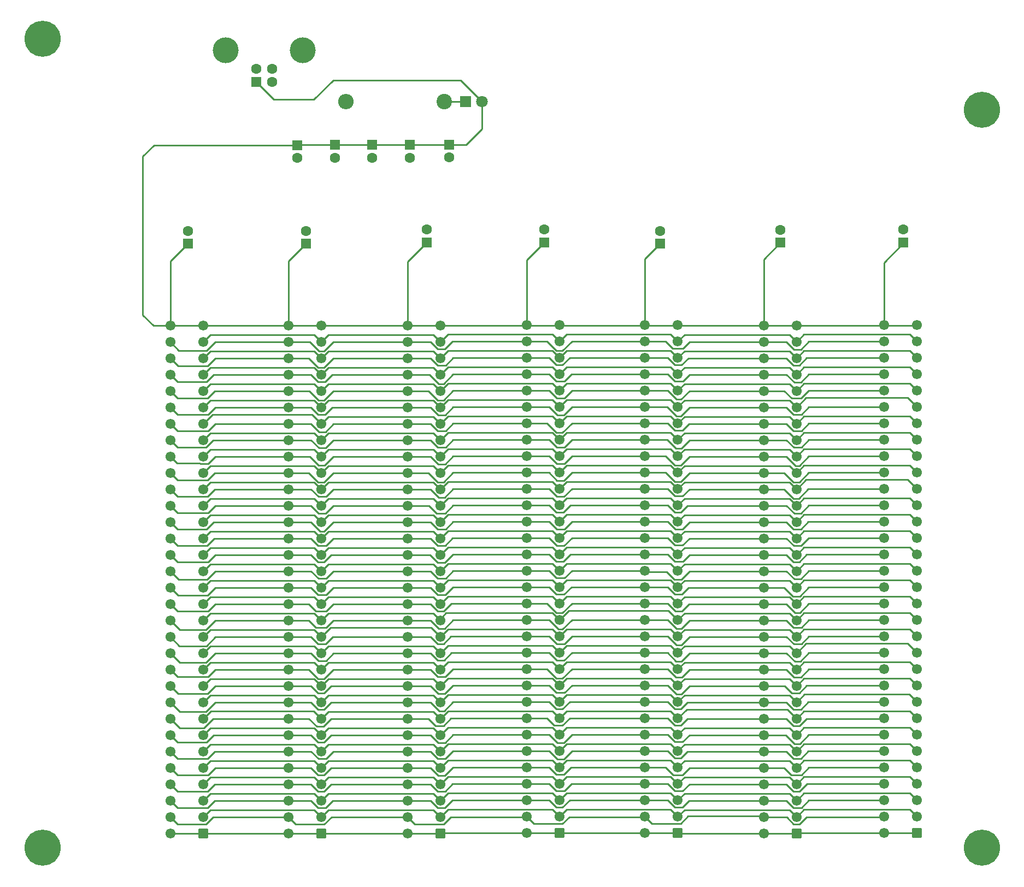
<source format=gbr>
%TF.GenerationSoftware,KiCad,Pcbnew,7.0.5*%
%TF.CreationDate,2023-11-05T11:43:02-07:00*%
%TF.ProjectId,new_backplane,6e65775f-6261-4636-9b70-6c616e652e6b,rev?*%
%TF.SameCoordinates,Original*%
%TF.FileFunction,Copper,L1,Top*%
%TF.FilePolarity,Positive*%
%FSLAX46Y46*%
G04 Gerber Fmt 4.6, Leading zero omitted, Abs format (unit mm)*
G04 Created by KiCad (PCBNEW 7.0.5) date 2023-11-05 11:43:02*
%MOMM*%
%LPD*%
G01*
G04 APERTURE LIST*
G04 Aperture macros list*
%AMRoundRect*
0 Rectangle with rounded corners*
0 $1 Rounding radius*
0 $2 $3 $4 $5 $6 $7 $8 $9 X,Y pos of 4 corners*
0 Add a 4 corners polygon primitive as box body*
4,1,4,$2,$3,$4,$5,$6,$7,$8,$9,$2,$3,0*
0 Add four circle primitives for the rounded corners*
1,1,$1+$1,$2,$3*
1,1,$1+$1,$4,$5*
1,1,$1+$1,$6,$7*
1,1,$1+$1,$8,$9*
0 Add four rect primitives between the rounded corners*
20,1,$1+$1,$2,$3,$4,$5,0*
20,1,$1+$1,$4,$5,$6,$7,0*
20,1,$1+$1,$6,$7,$8,$9,0*
20,1,$1+$1,$8,$9,$2,$3,0*%
G04 Aperture macros list end*
%TA.AperFunction,ComponentPad*%
%ADD10R,1.600000X1.600000*%
%TD*%
%TA.AperFunction,ComponentPad*%
%ADD11C,1.600000*%
%TD*%
%TA.AperFunction,ComponentPad*%
%ADD12RoundRect,0.249999X0.525001X0.525001X-0.525001X0.525001X-0.525001X-0.525001X0.525001X-0.525001X0*%
%TD*%
%TA.AperFunction,ComponentPad*%
%ADD13C,1.550000*%
%TD*%
%TA.AperFunction,ComponentPad*%
%ADD14C,5.600000*%
%TD*%
%TA.AperFunction,ComponentPad*%
%ADD15C,2.400000*%
%TD*%
%TA.AperFunction,ComponentPad*%
%ADD16O,2.400000X2.400000*%
%TD*%
%TA.AperFunction,ComponentPad*%
%ADD17C,4.000000*%
%TD*%
%TA.AperFunction,ComponentPad*%
%ADD18R,1.800000X1.800000*%
%TD*%
%TA.AperFunction,ComponentPad*%
%ADD19C,1.800000*%
%TD*%
%TA.AperFunction,Conductor*%
%ADD20C,0.250000*%
%TD*%
G04 APERTURE END LIST*
D10*
%TO.P,C2,1*%
%TO.N,VCC*%
X59760000Y-90470000D03*
D11*
%TO.P,C2,2*%
%TO.N,GND*%
X59760000Y-88470000D03*
%TD*%
D10*
%TO.P,C4,1*%
%TO.N,VCC*%
X96700000Y-90255113D03*
D11*
%TO.P,C4,2*%
%TO.N,GND*%
X96700000Y-88255113D03*
%TD*%
D12*
%TO.P,J2,1,GND*%
%TO.N,GND*%
X62140000Y-181870000D03*
D13*
%TO.P,J2,2,A0*%
%TO.N,ADDR0*%
X62140000Y-179330000D03*
%TO.P,J2,3,A1*%
%TO.N,ADDR1*%
X62140000Y-176790000D03*
%TO.P,J2,4,A2*%
%TO.N,ADDR2*%
X62140000Y-174250000D03*
%TO.P,J2,5,A3*%
%TO.N,ADDR3*%
X62140000Y-171710000D03*
%TO.P,J2,6,A4*%
%TO.N,ADDR4*%
X62140000Y-169170000D03*
%TO.P,J2,7,A5*%
%TO.N,ADDR5*%
X62140000Y-166630000D03*
%TO.P,J2,8,A6*%
%TO.N,ADDR6*%
X62140000Y-164090000D03*
%TO.P,J2,9,A7*%
%TO.N,ADDR7*%
X62140000Y-161550000D03*
%TO.P,J2,10,A8*%
%TO.N,ADDR8*%
X62140000Y-159010000D03*
%TO.P,J2,11,A9*%
%TO.N,ADDR9*%
X62140000Y-156470000D03*
%TO.P,J2,12,A10*%
%TO.N,ADDR10*%
X62140000Y-153930000D03*
%TO.P,J2,13,A11*%
%TO.N,ADDR11*%
X62140000Y-151390000D03*
%TO.P,J2,14,A12*%
%TO.N,ADDR12*%
X62140000Y-148850000D03*
%TO.P,J2,15,A13*%
%TO.N,ADDR13*%
X62140000Y-146310000D03*
%TO.P,J2,16,A14*%
%TO.N,ADDR14*%
X62140000Y-143770000D03*
%TO.P,J2,17,A15*%
%TO.N,ADDR15*%
X62140000Y-141230000D03*
%TO.P,J2,18,A16*%
%TO.N,ADDR16*%
X62140000Y-138690000D03*
%TO.P,J2,19,A17*%
%TO.N,ADDR17*%
X62140000Y-136150000D03*
%TO.P,J2,20,A18*%
%TO.N,ADDR18*%
X62140000Y-133610000D03*
%TO.P,J2,21,A19*%
%TO.N,ADDR19*%
X62140000Y-131070000D03*
%TO.P,J2,22*%
%TO.N,/Unused 22*%
X62140000Y-128530000D03*
%TO.P,J2,23*%
%TO.N,/Unused 23*%
X62140000Y-125990000D03*
%TO.P,J2,24*%
%TO.N,/Unused 24*%
X62140000Y-123450000D03*
%TO.P,J2,25*%
%TO.N,/Unused 25*%
X62140000Y-120910000D03*
%TO.P,J2,26*%
%TO.N,/Unused 26*%
X62140000Y-118370000D03*
%TO.P,J2,27*%
%TO.N,/Unused 27*%
X62140000Y-115830000D03*
%TO.P,J2,28*%
%TO.N,/Unused 28*%
X62140000Y-113290000D03*
%TO.P,J2,29*%
%TO.N,/Unused 29*%
X62140000Y-110750000D03*
%TO.P,J2,30*%
%TO.N,/Unused 30*%
X62140000Y-108210000D03*
%TO.P,J2,31*%
%TO.N,/Unused 31*%
X62140000Y-105670000D03*
%TO.P,J2,32,VCC*%
%TO.N,VCC*%
X62140000Y-103130000D03*
%TO.P,J2,33,VCC*%
X57060000Y-103130000D03*
%TO.P,J2,34*%
%TO.N,/Unused 34*%
X57060000Y-105670000D03*
%TO.P,J2,35*%
%TO.N,/Unused 35*%
X57060000Y-108210000D03*
%TO.P,J2,36,i^{2}C^{SDA}*%
%TO.N,I^{2}C.SDA*%
X57060000Y-110750000D03*
%TO.P,J2,37,i^{2}C^{SCL}*%
%TO.N,I^{2}C.SCL*%
X57060000Y-113290000D03*
%TO.P,J2,38,SPI^{~{CS}A2}*%
%TO.N,SPI.~{CS2}*%
X57060000Y-115830000D03*
%TO.P,J2,39,SPI^{~{CS}A1}*%
%TO.N,SPI.~{CS1}*%
X57060000Y-118370000D03*
%TO.P,J2,40,SPI^{~{CS}A0}*%
%TO.N,SPI.~{CS0}*%
X57060000Y-120910000D03*
%TO.P,J2,41,SPI^{CLK}*%
%TO.N,SPI.CLK*%
X57060000Y-123450000D03*
%TO.P,J2,42,SPI^{MISO}*%
%TO.N,SPI.MISO*%
X57060000Y-125990000D03*
%TO.P,J2,43,SPI^{MOSI}*%
%TO.N,SPI.MOSI*%
X57060000Y-128530000D03*
%TO.P,J2,44,CON^{TX}*%
%TO.N,CON.TX*%
X57060000Y-131070000D03*
%TO.P,J2,45,CON^{RX}*%
%TO.N,CON.RX*%
X57060000Y-133610000D03*
%TO.P,J2,46,B^{STAT}*%
%TO.N,B^{STAT}*%
X57060000Y-136150000D03*
%TO.P,J2,47,B^{AVAIL}*%
%TO.N,B^{AVAIL}*%
X57060000Y-138690000D03*
%TO.P,J2,48,~{NMI}*%
%TO.N,~{NMI}*%
X57060000Y-141230000D03*
%TO.P,J2,49,~{FIRQ}*%
%TO.N,~{FIRQ}*%
X57060000Y-143770000D03*
%TO.P,J2,50,~{IRQ}*%
%TO.N,~{IRQ}*%
X57060000Y-146310000D03*
%TO.P,J2,51,~{RESET}*%
%TO.N,~{RESET}*%
X57060000Y-148850000D03*
%TO.P,J2,52,~{HALT}*%
%TO.N,~{HALT}*%
X57060000Y-151390000D03*
%TO.P,J2,53,CLK^{MCU}*%
%TO.N,CLK^{MCU}*%
X57060000Y-153930000D03*
%TO.P,J2,54,R/~{W}*%
%TO.N,R{slash}~{W}*%
X57060000Y-156470000D03*
%TO.P,J2,55,IOSEL*%
%TO.N,IOSEL*%
X57060000Y-159010000D03*
%TO.P,J2,56,D7*%
%TO.N,DATA7*%
X57060000Y-161550000D03*
%TO.P,J2,57,D6*%
%TO.N,DATA6*%
X57060000Y-164090000D03*
%TO.P,J2,58,D5*%
%TO.N,DATA5*%
X57060000Y-166630000D03*
%TO.P,J2,59,D4*%
%TO.N,DATA4*%
X57060000Y-169170000D03*
%TO.P,J2,60,D3*%
%TO.N,DATA3*%
X57060000Y-171710000D03*
%TO.P,J2,61,D2*%
%TO.N,DATA2*%
X57060000Y-174250000D03*
%TO.P,J2,62,D1*%
%TO.N,DATA1*%
X57060000Y-176790000D03*
%TO.P,J2,63,D0*%
%TO.N,DATA0*%
X57060000Y-179330000D03*
%TO.P,J2,64,GND*%
%TO.N,GND*%
X57060000Y-181870000D03*
%TD*%
D10*
%TO.P,C6,1*%
%TO.N,VCC*%
X133300000Y-90300000D03*
D11*
%TO.P,C6,2*%
%TO.N,GND*%
X133300000Y-88300000D03*
%TD*%
D10*
%TO.P,C8,1*%
%TO.N,VCC*%
X58463230Y-75160117D03*
D11*
%TO.P,C8,2*%
%TO.N,GND*%
X58463230Y-77160117D03*
%TD*%
D10*
%TO.P,C10,1*%
%TO.N,VCC*%
X70063230Y-75115229D03*
D11*
%TO.P,C10,2*%
%TO.N,GND*%
X70063230Y-77115229D03*
%TD*%
D14*
%TO.P,REF\u002A\u002A,1*%
%TO.N,GND*%
X164500000Y-184100000D03*
%TD*%
%TO.P,REF\u002A\u002A,1*%
%TO.N,GND*%
X18950000Y-58700000D03*
%TD*%
D12*
%TO.P,J1,1,GND*%
%TO.N,GND*%
X43840000Y-181870000D03*
D13*
%TO.P,J1,2,A0*%
%TO.N,ADDR0*%
X43840000Y-179330000D03*
%TO.P,J1,3,A1*%
%TO.N,ADDR1*%
X43840000Y-176790000D03*
%TO.P,J1,4,A2*%
%TO.N,ADDR2*%
X43840000Y-174250000D03*
%TO.P,J1,5,A3*%
%TO.N,ADDR3*%
X43840000Y-171710000D03*
%TO.P,J1,6,A4*%
%TO.N,ADDR4*%
X43840000Y-169170000D03*
%TO.P,J1,7,A5*%
%TO.N,ADDR5*%
X43840000Y-166630000D03*
%TO.P,J1,8,A6*%
%TO.N,ADDR6*%
X43840000Y-164090000D03*
%TO.P,J1,9,A7*%
%TO.N,ADDR7*%
X43840000Y-161550000D03*
%TO.P,J1,10,A8*%
%TO.N,ADDR8*%
X43840000Y-159010000D03*
%TO.P,J1,11,A9*%
%TO.N,ADDR9*%
X43840000Y-156470000D03*
%TO.P,J1,12,A10*%
%TO.N,ADDR10*%
X43840000Y-153930000D03*
%TO.P,J1,13,A11*%
%TO.N,ADDR11*%
X43840000Y-151390000D03*
%TO.P,J1,14,A12*%
%TO.N,ADDR12*%
X43840000Y-148850000D03*
%TO.P,J1,15,A13*%
%TO.N,ADDR13*%
X43840000Y-146310000D03*
%TO.P,J1,16,A14*%
%TO.N,ADDR14*%
X43840000Y-143770000D03*
%TO.P,J1,17,A15*%
%TO.N,ADDR15*%
X43840000Y-141230000D03*
%TO.P,J1,18,A16*%
%TO.N,ADDR16*%
X43840000Y-138690000D03*
%TO.P,J1,19,A17*%
%TO.N,ADDR17*%
X43840000Y-136150000D03*
%TO.P,J1,20,A18*%
%TO.N,ADDR18*%
X43840000Y-133610000D03*
%TO.P,J1,21,A19*%
%TO.N,ADDR19*%
X43840000Y-131070000D03*
%TO.P,J1,22*%
%TO.N,/Unused 22*%
X43840000Y-128530000D03*
%TO.P,J1,23*%
%TO.N,/Unused 23*%
X43840000Y-125990000D03*
%TO.P,J1,24*%
%TO.N,/Unused 24*%
X43840000Y-123450000D03*
%TO.P,J1,25*%
%TO.N,/Unused 25*%
X43840000Y-120910000D03*
%TO.P,J1,26*%
%TO.N,/Unused 26*%
X43840000Y-118370000D03*
%TO.P,J1,27*%
%TO.N,/Unused 27*%
X43840000Y-115830000D03*
%TO.P,J1,28*%
%TO.N,/Unused 28*%
X43840000Y-113290000D03*
%TO.P,J1,29*%
%TO.N,/Unused 29*%
X43840000Y-110750000D03*
%TO.P,J1,30*%
%TO.N,/Unused 30*%
X43840000Y-108210000D03*
%TO.P,J1,31*%
%TO.N,/Unused 31*%
X43840000Y-105670000D03*
%TO.P,J1,32,VCC*%
%TO.N,VCC*%
X43840000Y-103130000D03*
%TO.P,J1,33,VCC*%
X38760000Y-103130000D03*
%TO.P,J1,34*%
%TO.N,/Unused 34*%
X38760000Y-105670000D03*
%TO.P,J1,35*%
%TO.N,/Unused 35*%
X38760000Y-108210000D03*
%TO.P,J1,36,i^{2}C^{SDA}*%
%TO.N,I^{2}C.SDA*%
X38760000Y-110750000D03*
%TO.P,J1,37,i^{2}C^{SCL}*%
%TO.N,I^{2}C.SCL*%
X38760000Y-113290000D03*
%TO.P,J1,38,SPI^{~{CS}A2}*%
%TO.N,SPI.~{CS2}*%
X38760000Y-115830000D03*
%TO.P,J1,39,SPI^{~{CS}A1}*%
%TO.N,SPI.~{CS1}*%
X38760000Y-118370000D03*
%TO.P,J1,40,SPI^{~{CS}A0}*%
%TO.N,SPI.~{CS0}*%
X38760000Y-120910000D03*
%TO.P,J1,41,SPI^{CLK}*%
%TO.N,SPI.CLK*%
X38760000Y-123450000D03*
%TO.P,J1,42,SPI^{MISO}*%
%TO.N,SPI.MISO*%
X38760000Y-125990000D03*
%TO.P,J1,43,SPI^{MOSI}*%
%TO.N,SPI.MOSI*%
X38760000Y-128530000D03*
%TO.P,J1,44,CON^{TX}*%
%TO.N,CON.TX*%
X38760000Y-131070000D03*
%TO.P,J1,45,CON^{RX}*%
%TO.N,CON.RX*%
X38760000Y-133610000D03*
%TO.P,J1,46,B^{STAT}*%
%TO.N,B^{STAT}*%
X38760000Y-136150000D03*
%TO.P,J1,47,B^{AVAIL}*%
%TO.N,B^{AVAIL}*%
X38760000Y-138690000D03*
%TO.P,J1,48,~{NMI}*%
%TO.N,~{NMI}*%
X38760000Y-141230000D03*
%TO.P,J1,49,~{FIRQ}*%
%TO.N,~{FIRQ}*%
X38760000Y-143770000D03*
%TO.P,J1,50,~{IRQ}*%
%TO.N,~{IRQ}*%
X38760000Y-146310000D03*
%TO.P,J1,51,~{RESET}*%
%TO.N,~{RESET}*%
X38760000Y-148850000D03*
%TO.P,J1,52,~{HALT}*%
%TO.N,~{HALT}*%
X38760000Y-151390000D03*
%TO.P,J1,53,CLK^{MCU}*%
%TO.N,CLK^{MCU}*%
X38760000Y-153930000D03*
%TO.P,J1,54,R/~{W}*%
%TO.N,R{slash}~{W}*%
X38760000Y-156470000D03*
%TO.P,J1,55,IOSEL*%
%TO.N,IOSEL*%
X38760000Y-159010000D03*
%TO.P,J1,56,D7*%
%TO.N,DATA7*%
X38760000Y-161550000D03*
%TO.P,J1,57,D6*%
%TO.N,DATA6*%
X38760000Y-164090000D03*
%TO.P,J1,58,D5*%
%TO.N,DATA5*%
X38760000Y-166630000D03*
%TO.P,J1,59,D4*%
%TO.N,DATA4*%
X38760000Y-169170000D03*
%TO.P,J1,60,D3*%
%TO.N,DATA3*%
X38760000Y-171710000D03*
%TO.P,J1,61,D2*%
%TO.N,DATA2*%
X38760000Y-174250000D03*
%TO.P,J1,62,D1*%
%TO.N,DATA1*%
X38760000Y-176790000D03*
%TO.P,J1,63,D0*%
%TO.N,DATA0*%
X38760000Y-179330000D03*
%TO.P,J1,64,GND*%
%TO.N,GND*%
X38760000Y-181870000D03*
%TD*%
D10*
%TO.P,C7,1*%
%TO.N,VCC*%
X152360000Y-90255113D03*
D11*
%TO.P,C7,2*%
%TO.N,GND*%
X152360000Y-88255113D03*
%TD*%
D10*
%TO.P,C1,1*%
%TO.N,VCC*%
X41460000Y-90470000D03*
D11*
%TO.P,C1,2*%
%TO.N,GND*%
X41460000Y-88470000D03*
%TD*%
D12*
%TO.P,J5,1,GND*%
%TO.N,GND*%
X117380000Y-181800000D03*
D13*
%TO.P,J5,2,A0*%
%TO.N,ADDR0*%
X117380000Y-179260000D03*
%TO.P,J5,3,A1*%
%TO.N,ADDR1*%
X117380000Y-176720000D03*
%TO.P,J5,4,A2*%
%TO.N,ADDR2*%
X117380000Y-174180000D03*
%TO.P,J5,5,A3*%
%TO.N,ADDR3*%
X117380000Y-171640000D03*
%TO.P,J5,6,A4*%
%TO.N,ADDR4*%
X117380000Y-169100000D03*
%TO.P,J5,7,A5*%
%TO.N,ADDR5*%
X117380000Y-166560000D03*
%TO.P,J5,8,A6*%
%TO.N,ADDR6*%
X117380000Y-164020000D03*
%TO.P,J5,9,A7*%
%TO.N,ADDR7*%
X117380000Y-161480000D03*
%TO.P,J5,10,A8*%
%TO.N,ADDR8*%
X117380000Y-158940000D03*
%TO.P,J5,11,A9*%
%TO.N,ADDR9*%
X117380000Y-156400000D03*
%TO.P,J5,12,A10*%
%TO.N,ADDR10*%
X117380000Y-153860000D03*
%TO.P,J5,13,A11*%
%TO.N,ADDR11*%
X117380000Y-151320000D03*
%TO.P,J5,14,A12*%
%TO.N,ADDR12*%
X117380000Y-148780000D03*
%TO.P,J5,15,A13*%
%TO.N,ADDR13*%
X117380000Y-146240000D03*
%TO.P,J5,16,A14*%
%TO.N,ADDR14*%
X117380000Y-143700000D03*
%TO.P,J5,17,A15*%
%TO.N,ADDR15*%
X117380000Y-141160000D03*
%TO.P,J5,18,A16*%
%TO.N,ADDR16*%
X117380000Y-138620000D03*
%TO.P,J5,19,A17*%
%TO.N,ADDR17*%
X117380000Y-136080000D03*
%TO.P,J5,20,A18*%
%TO.N,ADDR18*%
X117380000Y-133540000D03*
%TO.P,J5,21,A19*%
%TO.N,ADDR19*%
X117380000Y-131000000D03*
%TO.P,J5,22*%
%TO.N,/Unused 22*%
X117380000Y-128460000D03*
%TO.P,J5,23*%
%TO.N,/Unused 23*%
X117380000Y-125920000D03*
%TO.P,J5,24*%
%TO.N,/Unused 24*%
X117380000Y-123380000D03*
%TO.P,J5,25*%
%TO.N,/Unused 25*%
X117380000Y-120840000D03*
%TO.P,J5,26*%
%TO.N,/Unused 26*%
X117380000Y-118300000D03*
%TO.P,J5,27*%
%TO.N,/Unused 27*%
X117380000Y-115760000D03*
%TO.P,J5,28*%
%TO.N,/Unused 28*%
X117380000Y-113220000D03*
%TO.P,J5,29*%
%TO.N,/Unused 29*%
X117380000Y-110680000D03*
%TO.P,J5,30*%
%TO.N,/Unused 30*%
X117380000Y-108140000D03*
%TO.P,J5,31*%
%TO.N,/Unused 31*%
X117380000Y-105600000D03*
%TO.P,J5,32,VCC*%
%TO.N,VCC*%
X117380000Y-103060000D03*
%TO.P,J5,33,VCC*%
X112300000Y-103060000D03*
%TO.P,J5,34*%
%TO.N,/Unused 34*%
X112300000Y-105600000D03*
%TO.P,J5,35*%
%TO.N,/Unused 35*%
X112300000Y-108140000D03*
%TO.P,J5,36,i^{2}C^{SDA}*%
%TO.N,I^{2}C.SDA*%
X112300000Y-110680000D03*
%TO.P,J5,37,i^{2}C^{SCL}*%
%TO.N,I^{2}C.SCL*%
X112300000Y-113220000D03*
%TO.P,J5,38,SPI^{~{CS}A2}*%
%TO.N,SPI.~{CS2}*%
X112300000Y-115760000D03*
%TO.P,J5,39,SPI^{~{CS}A1}*%
%TO.N,SPI.~{CS1}*%
X112300000Y-118300000D03*
%TO.P,J5,40,SPI^{~{CS}A0}*%
%TO.N,SPI.~{CS0}*%
X112300000Y-120840000D03*
%TO.P,J5,41,SPI^{CLK}*%
%TO.N,SPI.CLK*%
X112300000Y-123380000D03*
%TO.P,J5,42,SPI^{MISO}*%
%TO.N,SPI.MISO*%
X112300000Y-125920000D03*
%TO.P,J5,43,SPI^{MOSI}*%
%TO.N,SPI.MOSI*%
X112300000Y-128460000D03*
%TO.P,J5,44,CON^{TX}*%
%TO.N,CON.TX*%
X112300000Y-131000000D03*
%TO.P,J5,45,CON^{RX}*%
%TO.N,CON.RX*%
X112300000Y-133540000D03*
%TO.P,J5,46,B^{STAT}*%
%TO.N,B^{STAT}*%
X112300000Y-136080000D03*
%TO.P,J5,47,B^{AVAIL}*%
%TO.N,B^{AVAIL}*%
X112300000Y-138620000D03*
%TO.P,J5,48,~{NMI}*%
%TO.N,~{NMI}*%
X112300000Y-141160000D03*
%TO.P,J5,49,~{FIRQ}*%
%TO.N,~{FIRQ}*%
X112300000Y-143700000D03*
%TO.P,J5,50,~{IRQ}*%
%TO.N,~{IRQ}*%
X112300000Y-146240000D03*
%TO.P,J5,51,~{RESET}*%
%TO.N,~{RESET}*%
X112300000Y-148780000D03*
%TO.P,J5,52,~{HALT}*%
%TO.N,~{HALT}*%
X112300000Y-151320000D03*
%TO.P,J5,53,CLK^{MCU}*%
%TO.N,CLK^{MCU}*%
X112300000Y-153860000D03*
%TO.P,J5,54,R/~{W}*%
%TO.N,R{slash}~{W}*%
X112300000Y-156400000D03*
%TO.P,J5,55,IOSEL*%
%TO.N,IOSEL*%
X112300000Y-158940000D03*
%TO.P,J5,56,D7*%
%TO.N,DATA7*%
X112300000Y-161480000D03*
%TO.P,J5,57,D6*%
%TO.N,DATA6*%
X112300000Y-164020000D03*
%TO.P,J5,58,D5*%
%TO.N,DATA5*%
X112300000Y-166560000D03*
%TO.P,J5,59,D4*%
%TO.N,DATA4*%
X112300000Y-169100000D03*
%TO.P,J5,60,D3*%
%TO.N,DATA3*%
X112300000Y-171640000D03*
%TO.P,J5,61,D2*%
%TO.N,DATA2*%
X112300000Y-174180000D03*
%TO.P,J5,62,D1*%
%TO.N,DATA1*%
X112300000Y-176720000D03*
%TO.P,J5,63,D0*%
%TO.N,DATA0*%
X112300000Y-179260000D03*
%TO.P,J5,64,GND*%
%TO.N,GND*%
X112300000Y-181800000D03*
%TD*%
D14*
%TO.P,REF\u002A\u002A,1*%
%TO.N,GND*%
X164500000Y-69700000D03*
%TD*%
D10*
%TO.P,C3,1*%
%TO.N,VCC*%
X78500000Y-90255112D03*
D11*
%TO.P,C3,2*%
%TO.N,GND*%
X78500000Y-88255112D03*
%TD*%
D12*
%TO.P,J6,1,GND*%
%TO.N,GND*%
X135800000Y-181840000D03*
D13*
%TO.P,J6,2,A0*%
%TO.N,ADDR0*%
X135800000Y-179300000D03*
%TO.P,J6,3,A1*%
%TO.N,ADDR1*%
X135800000Y-176760000D03*
%TO.P,J6,4,A2*%
%TO.N,ADDR2*%
X135800000Y-174220000D03*
%TO.P,J6,5,A3*%
%TO.N,ADDR3*%
X135800000Y-171680000D03*
%TO.P,J6,6,A4*%
%TO.N,ADDR4*%
X135800000Y-169140000D03*
%TO.P,J6,7,A5*%
%TO.N,ADDR5*%
X135800000Y-166600000D03*
%TO.P,J6,8,A6*%
%TO.N,ADDR6*%
X135800000Y-164060000D03*
%TO.P,J6,9,A7*%
%TO.N,ADDR7*%
X135800000Y-161520000D03*
%TO.P,J6,10,A8*%
%TO.N,ADDR8*%
X135800000Y-158980000D03*
%TO.P,J6,11,A9*%
%TO.N,ADDR9*%
X135800000Y-156440000D03*
%TO.P,J6,12,A10*%
%TO.N,ADDR10*%
X135800000Y-153900000D03*
%TO.P,J6,13,A11*%
%TO.N,ADDR11*%
X135800000Y-151360000D03*
%TO.P,J6,14,A12*%
%TO.N,ADDR12*%
X135800000Y-148820000D03*
%TO.P,J6,15,A13*%
%TO.N,ADDR13*%
X135800000Y-146280000D03*
%TO.P,J6,16,A14*%
%TO.N,ADDR14*%
X135800000Y-143740000D03*
%TO.P,J6,17,A15*%
%TO.N,ADDR15*%
X135800000Y-141200000D03*
%TO.P,J6,18,A16*%
%TO.N,ADDR16*%
X135800000Y-138660000D03*
%TO.P,J6,19,A17*%
%TO.N,ADDR17*%
X135800000Y-136120000D03*
%TO.P,J6,20,A18*%
%TO.N,ADDR18*%
X135800000Y-133580000D03*
%TO.P,J6,21,A19*%
%TO.N,ADDR19*%
X135800000Y-131040000D03*
%TO.P,J6,22*%
%TO.N,/Unused 22*%
X135800000Y-128500000D03*
%TO.P,J6,23*%
%TO.N,/Unused 23*%
X135800000Y-125960000D03*
%TO.P,J6,24*%
%TO.N,/Unused 24*%
X135800000Y-123420000D03*
%TO.P,J6,25*%
%TO.N,/Unused 25*%
X135800000Y-120880000D03*
%TO.P,J6,26*%
%TO.N,/Unused 26*%
X135800000Y-118340000D03*
%TO.P,J6,27*%
%TO.N,/Unused 27*%
X135800000Y-115800000D03*
%TO.P,J6,28*%
%TO.N,/Unused 28*%
X135800000Y-113260000D03*
%TO.P,J6,29*%
%TO.N,/Unused 29*%
X135800000Y-110720000D03*
%TO.P,J6,30*%
%TO.N,/Unused 30*%
X135800000Y-108180000D03*
%TO.P,J6,31*%
%TO.N,/Unused 31*%
X135800000Y-105640000D03*
%TO.P,J6,32,VCC*%
%TO.N,VCC*%
X135800000Y-103100000D03*
%TO.P,J6,33,VCC*%
X130720000Y-103100000D03*
%TO.P,J6,34*%
%TO.N,/Unused 34*%
X130720000Y-105640000D03*
%TO.P,J6,35*%
%TO.N,/Unused 35*%
X130720000Y-108180000D03*
%TO.P,J6,36,i^{2}C^{SDA}*%
%TO.N,I^{2}C.SDA*%
X130720000Y-110720000D03*
%TO.P,J6,37,i^{2}C^{SCL}*%
%TO.N,I^{2}C.SCL*%
X130720000Y-113260000D03*
%TO.P,J6,38,SPI^{~{CS}A2}*%
%TO.N,SPI.~{CS2}*%
X130720000Y-115800000D03*
%TO.P,J6,39,SPI^{~{CS}A1}*%
%TO.N,SPI.~{CS1}*%
X130720000Y-118340000D03*
%TO.P,J6,40,SPI^{~{CS}A0}*%
%TO.N,SPI.~{CS0}*%
X130720000Y-120880000D03*
%TO.P,J6,41,SPI^{CLK}*%
%TO.N,SPI.CLK*%
X130720000Y-123420000D03*
%TO.P,J6,42,SPI^{MISO}*%
%TO.N,SPI.MISO*%
X130720000Y-125960000D03*
%TO.P,J6,43,SPI^{MOSI}*%
%TO.N,SPI.MOSI*%
X130720000Y-128500000D03*
%TO.P,J6,44,CON^{TX}*%
%TO.N,CON.TX*%
X130720000Y-131040000D03*
%TO.P,J6,45,CON^{RX}*%
%TO.N,CON.RX*%
X130720000Y-133580000D03*
%TO.P,J6,46,B^{STAT}*%
%TO.N,B^{STAT}*%
X130720000Y-136120000D03*
%TO.P,J6,47,B^{AVAIL}*%
%TO.N,B^{AVAIL}*%
X130720000Y-138660000D03*
%TO.P,J6,48,~{NMI}*%
%TO.N,~{NMI}*%
X130720000Y-141200000D03*
%TO.P,J6,49,~{FIRQ}*%
%TO.N,~{FIRQ}*%
X130720000Y-143740000D03*
%TO.P,J6,50,~{IRQ}*%
%TO.N,~{IRQ}*%
X130720000Y-146280000D03*
%TO.P,J6,51,~{RESET}*%
%TO.N,~{RESET}*%
X130720000Y-148820000D03*
%TO.P,J6,52,~{HALT}*%
%TO.N,~{HALT}*%
X130720000Y-151360000D03*
%TO.P,J6,53,CLK^{MCU}*%
%TO.N,CLK^{MCU}*%
X130720000Y-153900000D03*
%TO.P,J6,54,R/~{W}*%
%TO.N,R{slash}~{W}*%
X130720000Y-156440000D03*
%TO.P,J6,55,IOSEL*%
%TO.N,IOSEL*%
X130720000Y-158980000D03*
%TO.P,J6,56,D7*%
%TO.N,DATA7*%
X130720000Y-161520000D03*
%TO.P,J6,57,D6*%
%TO.N,DATA6*%
X130720000Y-164060000D03*
%TO.P,J6,58,D5*%
%TO.N,DATA5*%
X130720000Y-166600000D03*
%TO.P,J6,59,D4*%
%TO.N,DATA4*%
X130720000Y-169140000D03*
%TO.P,J6,60,D3*%
%TO.N,DATA3*%
X130720000Y-171680000D03*
%TO.P,J6,61,D2*%
%TO.N,DATA2*%
X130720000Y-174220000D03*
%TO.P,J6,62,D1*%
%TO.N,DATA1*%
X130720000Y-176760000D03*
%TO.P,J6,63,D0*%
%TO.N,DATA0*%
X130720000Y-179300000D03*
%TO.P,J6,64,GND*%
%TO.N,GND*%
X130720000Y-181840000D03*
%TD*%
D15*
%TO.P,R1,1*%
%TO.N,Net-(D1-K)*%
X81215000Y-68400000D03*
D16*
%TO.P,R1,2*%
%TO.N,GND*%
X65975000Y-68400000D03*
%TD*%
D10*
%TO.P,C12,1*%
%TO.N,VCC*%
X82000000Y-75100000D03*
D11*
%TO.P,C12,2*%
%TO.N,GND*%
X82000000Y-77100000D03*
%TD*%
D14*
%TO.P,REF\u002A\u002A,1*%
%TO.N,GND*%
X18950000Y-184100000D03*
%TD*%
D10*
%TO.P,J8,1,VBUS*%
%TO.N,VCC*%
X52050000Y-65360000D03*
D11*
%TO.P,J8,2,D-*%
%TO.N,unconnected-(J8-D--Pad2)*%
X54550000Y-65360000D03*
%TO.P,J8,3,D+*%
%TO.N,unconnected-(J8-D+-Pad3)*%
X54550000Y-63360000D03*
%TO.P,J8,4,GND*%
%TO.N,GND*%
X52050000Y-63360000D03*
D17*
%TO.P,J8,5,Shield*%
X47300000Y-60500000D03*
X59300000Y-60500000D03*
%TD*%
D10*
%TO.P,C5,1*%
%TO.N,VCC*%
X114660000Y-90470000D03*
D11*
%TO.P,C5,2*%
%TO.N,GND*%
X114660000Y-88470000D03*
%TD*%
D12*
%TO.P,J4,1,GND*%
%TO.N,GND*%
X99050000Y-181830000D03*
D13*
%TO.P,J4,2,A0*%
%TO.N,ADDR0*%
X99050000Y-179290000D03*
%TO.P,J4,3,A1*%
%TO.N,ADDR1*%
X99050000Y-176750000D03*
%TO.P,J4,4,A2*%
%TO.N,ADDR2*%
X99050000Y-174210000D03*
%TO.P,J4,5,A3*%
%TO.N,ADDR3*%
X99050000Y-171670000D03*
%TO.P,J4,6,A4*%
%TO.N,ADDR4*%
X99050000Y-169130000D03*
%TO.P,J4,7,A5*%
%TO.N,ADDR5*%
X99050000Y-166590000D03*
%TO.P,J4,8,A6*%
%TO.N,ADDR6*%
X99050000Y-164050000D03*
%TO.P,J4,9,A7*%
%TO.N,ADDR7*%
X99050000Y-161510000D03*
%TO.P,J4,10,A8*%
%TO.N,ADDR8*%
X99050000Y-158970000D03*
%TO.P,J4,11,A9*%
%TO.N,ADDR9*%
X99050000Y-156430000D03*
%TO.P,J4,12,A10*%
%TO.N,ADDR10*%
X99050000Y-153890000D03*
%TO.P,J4,13,A11*%
%TO.N,ADDR11*%
X99050000Y-151350000D03*
%TO.P,J4,14,A12*%
%TO.N,ADDR12*%
X99050000Y-148810000D03*
%TO.P,J4,15,A13*%
%TO.N,ADDR13*%
X99050000Y-146270000D03*
%TO.P,J4,16,A14*%
%TO.N,ADDR14*%
X99050000Y-143730000D03*
%TO.P,J4,17,A15*%
%TO.N,ADDR15*%
X99050000Y-141190000D03*
%TO.P,J4,18,A16*%
%TO.N,ADDR16*%
X99050000Y-138650000D03*
%TO.P,J4,19,A17*%
%TO.N,ADDR17*%
X99050000Y-136110000D03*
%TO.P,J4,20,A18*%
%TO.N,ADDR18*%
X99050000Y-133570000D03*
%TO.P,J4,21,A19*%
%TO.N,ADDR19*%
X99050000Y-131030000D03*
%TO.P,J4,22*%
%TO.N,/Unused 22*%
X99050000Y-128490000D03*
%TO.P,J4,23*%
%TO.N,/Unused 23*%
X99050000Y-125950000D03*
%TO.P,J4,24*%
%TO.N,/Unused 24*%
X99050000Y-123410000D03*
%TO.P,J4,25*%
%TO.N,/Unused 25*%
X99050000Y-120870000D03*
%TO.P,J4,26*%
%TO.N,/Unused 26*%
X99050000Y-118330000D03*
%TO.P,J4,27*%
%TO.N,/Unused 27*%
X99050000Y-115790000D03*
%TO.P,J4,28*%
%TO.N,/Unused 28*%
X99050000Y-113250000D03*
%TO.P,J4,29*%
%TO.N,/Unused 29*%
X99050000Y-110710000D03*
%TO.P,J4,30*%
%TO.N,/Unused 30*%
X99050000Y-108170000D03*
%TO.P,J4,31*%
%TO.N,/Unused 31*%
X99050000Y-105630000D03*
%TO.P,J4,32,VCC*%
%TO.N,VCC*%
X99050000Y-103090000D03*
%TO.P,J4,33,VCC*%
X93970000Y-103090000D03*
%TO.P,J4,34*%
%TO.N,/Unused 34*%
X93970000Y-105630000D03*
%TO.P,J4,35*%
%TO.N,/Unused 35*%
X93970000Y-108170000D03*
%TO.P,J4,36,i^{2}C^{SDA}*%
%TO.N,I^{2}C.SDA*%
X93970000Y-110710000D03*
%TO.P,J4,37,i^{2}C^{SCL}*%
%TO.N,I^{2}C.SCL*%
X93970000Y-113250000D03*
%TO.P,J4,38,SPI^{~{CS}A2}*%
%TO.N,SPI.~{CS2}*%
X93970000Y-115790000D03*
%TO.P,J4,39,SPI^{~{CS}A1}*%
%TO.N,SPI.~{CS1}*%
X93970000Y-118330000D03*
%TO.P,J4,40,SPI^{~{CS}A0}*%
%TO.N,SPI.~{CS0}*%
X93970000Y-120870000D03*
%TO.P,J4,41,SPI^{CLK}*%
%TO.N,SPI.CLK*%
X93970000Y-123410000D03*
%TO.P,J4,42,SPI^{MISO}*%
%TO.N,SPI.MISO*%
X93970000Y-125950000D03*
%TO.P,J4,43,SPI^{MOSI}*%
%TO.N,SPI.MOSI*%
X93970000Y-128490000D03*
%TO.P,J4,44,CON^{TX}*%
%TO.N,CON.TX*%
X93970000Y-131030000D03*
%TO.P,J4,45,CON^{RX}*%
%TO.N,CON.RX*%
X93970000Y-133570000D03*
%TO.P,J4,46,B^{STAT}*%
%TO.N,B^{STAT}*%
X93970000Y-136110000D03*
%TO.P,J4,47,B^{AVAIL}*%
%TO.N,B^{AVAIL}*%
X93970000Y-138650000D03*
%TO.P,J4,48,~{NMI}*%
%TO.N,~{NMI}*%
X93970000Y-141190000D03*
%TO.P,J4,49,~{FIRQ}*%
%TO.N,~{FIRQ}*%
X93970000Y-143730000D03*
%TO.P,J4,50,~{IRQ}*%
%TO.N,~{IRQ}*%
X93970000Y-146270000D03*
%TO.P,J4,51,~{RESET}*%
%TO.N,~{RESET}*%
X93970000Y-148810000D03*
%TO.P,J4,52,~{HALT}*%
%TO.N,~{HALT}*%
X93970000Y-151350000D03*
%TO.P,J4,53,CLK^{MCU}*%
%TO.N,CLK^{MCU}*%
X93970000Y-153890000D03*
%TO.P,J4,54,R/~{W}*%
%TO.N,R{slash}~{W}*%
X93970000Y-156430000D03*
%TO.P,J4,55,IOSEL*%
%TO.N,IOSEL*%
X93970000Y-158970000D03*
%TO.P,J4,56,D7*%
%TO.N,DATA7*%
X93970000Y-161510000D03*
%TO.P,J4,57,D6*%
%TO.N,DATA6*%
X93970000Y-164050000D03*
%TO.P,J4,58,D5*%
%TO.N,DATA5*%
X93970000Y-166590000D03*
%TO.P,J4,59,D4*%
%TO.N,DATA4*%
X93970000Y-169130000D03*
%TO.P,J4,60,D3*%
%TO.N,DATA3*%
X93970000Y-171670000D03*
%TO.P,J4,61,D2*%
%TO.N,DATA2*%
X93970000Y-174210000D03*
%TO.P,J4,62,D1*%
%TO.N,DATA1*%
X93970000Y-176750000D03*
%TO.P,J4,63,D0*%
%TO.N,DATA0*%
X93970000Y-179290000D03*
%TO.P,J4,64,GND*%
%TO.N,GND*%
X93970000Y-181830000D03*
%TD*%
D10*
%TO.P,C9,1*%
%TO.N,VCC*%
X64263230Y-75115229D03*
D11*
%TO.P,C9,2*%
%TO.N,GND*%
X64263230Y-77115229D03*
%TD*%
D10*
%TO.P,C11,1*%
%TO.N,VCC*%
X75863230Y-75104666D03*
D11*
%TO.P,C11,2*%
%TO.N,GND*%
X75863230Y-77104666D03*
%TD*%
D12*
%TO.P,J3,1,GND*%
%TO.N,GND*%
X80640000Y-181870000D03*
D13*
%TO.P,J3,2,A0*%
%TO.N,ADDR0*%
X80640000Y-179330000D03*
%TO.P,J3,3,A1*%
%TO.N,ADDR1*%
X80640000Y-176790000D03*
%TO.P,J3,4,A2*%
%TO.N,ADDR2*%
X80640000Y-174250000D03*
%TO.P,J3,5,A3*%
%TO.N,ADDR3*%
X80640000Y-171710000D03*
%TO.P,J3,6,A4*%
%TO.N,ADDR4*%
X80640000Y-169170000D03*
%TO.P,J3,7,A5*%
%TO.N,ADDR5*%
X80640000Y-166630000D03*
%TO.P,J3,8,A6*%
%TO.N,ADDR6*%
X80640000Y-164090000D03*
%TO.P,J3,9,A7*%
%TO.N,ADDR7*%
X80640000Y-161550000D03*
%TO.P,J3,10,A8*%
%TO.N,ADDR8*%
X80640000Y-159010000D03*
%TO.P,J3,11,A9*%
%TO.N,ADDR9*%
X80640000Y-156470000D03*
%TO.P,J3,12,A10*%
%TO.N,ADDR10*%
X80640000Y-153930000D03*
%TO.P,J3,13,A11*%
%TO.N,ADDR11*%
X80640000Y-151390000D03*
%TO.P,J3,14,A12*%
%TO.N,ADDR12*%
X80640000Y-148850000D03*
%TO.P,J3,15,A13*%
%TO.N,ADDR13*%
X80640000Y-146310000D03*
%TO.P,J3,16,A14*%
%TO.N,ADDR14*%
X80640000Y-143770000D03*
%TO.P,J3,17,A15*%
%TO.N,ADDR15*%
X80640000Y-141230000D03*
%TO.P,J3,18,A16*%
%TO.N,ADDR16*%
X80640000Y-138690000D03*
%TO.P,J3,19,A17*%
%TO.N,ADDR17*%
X80640000Y-136150000D03*
%TO.P,J3,20,A18*%
%TO.N,ADDR18*%
X80640000Y-133610000D03*
%TO.P,J3,21,A19*%
%TO.N,ADDR19*%
X80640000Y-131070000D03*
%TO.P,J3,22*%
%TO.N,/Unused 22*%
X80640000Y-128530000D03*
%TO.P,J3,23*%
%TO.N,/Unused 23*%
X80640000Y-125990000D03*
%TO.P,J3,24*%
%TO.N,/Unused 24*%
X80640000Y-123450000D03*
%TO.P,J3,25*%
%TO.N,/Unused 25*%
X80640000Y-120910000D03*
%TO.P,J3,26*%
%TO.N,/Unused 26*%
X80640000Y-118370000D03*
%TO.P,J3,27*%
%TO.N,/Unused 27*%
X80640000Y-115830000D03*
%TO.P,J3,28*%
%TO.N,/Unused 28*%
X80640000Y-113290000D03*
%TO.P,J3,29*%
%TO.N,/Unused 29*%
X80640000Y-110750000D03*
%TO.P,J3,30*%
%TO.N,/Unused 30*%
X80640000Y-108210000D03*
%TO.P,J3,31*%
%TO.N,/Unused 31*%
X80640000Y-105670000D03*
%TO.P,J3,32,VCC*%
%TO.N,VCC*%
X80640000Y-103130000D03*
%TO.P,J3,33,VCC*%
X75560000Y-103130000D03*
%TO.P,J3,34*%
%TO.N,/Unused 34*%
X75560000Y-105670000D03*
%TO.P,J3,35*%
%TO.N,/Unused 35*%
X75560000Y-108210000D03*
%TO.P,J3,36,i^{2}C^{SDA}*%
%TO.N,I^{2}C.SDA*%
X75560000Y-110750000D03*
%TO.P,J3,37,i^{2}C^{SCL}*%
%TO.N,I^{2}C.SCL*%
X75560000Y-113290000D03*
%TO.P,J3,38,SPI^{~{CS}A2}*%
%TO.N,SPI.~{CS2}*%
X75560000Y-115830000D03*
%TO.P,J3,39,SPI^{~{CS}A1}*%
%TO.N,SPI.~{CS1}*%
X75560000Y-118370000D03*
%TO.P,J3,40,SPI^{~{CS}A0}*%
%TO.N,SPI.~{CS0}*%
X75560000Y-120910000D03*
%TO.P,J3,41,SPI^{CLK}*%
%TO.N,SPI.CLK*%
X75560000Y-123450000D03*
%TO.P,J3,42,SPI^{MISO}*%
%TO.N,SPI.MISO*%
X75560000Y-125990000D03*
%TO.P,J3,43,SPI^{MOSI}*%
%TO.N,SPI.MOSI*%
X75560000Y-128530000D03*
%TO.P,J3,44,CON^{TX}*%
%TO.N,CON.TX*%
X75560000Y-131070000D03*
%TO.P,J3,45,CON^{RX}*%
%TO.N,CON.RX*%
X75560000Y-133610000D03*
%TO.P,J3,46,B^{STAT}*%
%TO.N,B^{STAT}*%
X75560000Y-136150000D03*
%TO.P,J3,47,B^{AVAIL}*%
%TO.N,B^{AVAIL}*%
X75560000Y-138690000D03*
%TO.P,J3,48,~{NMI}*%
%TO.N,~{NMI}*%
X75560000Y-141230000D03*
%TO.P,J3,49,~{FIRQ}*%
%TO.N,~{FIRQ}*%
X75560000Y-143770000D03*
%TO.P,J3,50,~{IRQ}*%
%TO.N,~{IRQ}*%
X75560000Y-146310000D03*
%TO.P,J3,51,~{RESET}*%
%TO.N,~{RESET}*%
X75560000Y-148850000D03*
%TO.P,J3,52,~{HALT}*%
%TO.N,~{HALT}*%
X75560000Y-151390000D03*
%TO.P,J3,53,CLK^{MCU}*%
%TO.N,CLK^{MCU}*%
X75560000Y-153930000D03*
%TO.P,J3,54,R/~{W}*%
%TO.N,R{slash}~{W}*%
X75560000Y-156470000D03*
%TO.P,J3,55,IOSEL*%
%TO.N,IOSEL*%
X75560000Y-159010000D03*
%TO.P,J3,56,D7*%
%TO.N,DATA7*%
X75560000Y-161550000D03*
%TO.P,J3,57,D6*%
%TO.N,DATA6*%
X75560000Y-164090000D03*
%TO.P,J3,58,D5*%
%TO.N,DATA5*%
X75560000Y-166630000D03*
%TO.P,J3,59,D4*%
%TO.N,DATA4*%
X75560000Y-169170000D03*
%TO.P,J3,60,D3*%
%TO.N,DATA3*%
X75560000Y-171710000D03*
%TO.P,J3,61,D2*%
%TO.N,DATA2*%
X75560000Y-174250000D03*
%TO.P,J3,62,D1*%
%TO.N,DATA1*%
X75560000Y-176790000D03*
%TO.P,J3,63,D0*%
%TO.N,DATA0*%
X75560000Y-179330000D03*
%TO.P,J3,64,GND*%
%TO.N,GND*%
X75560000Y-181870000D03*
%TD*%
D18*
%TO.P,D1,1,K*%
%TO.N,Net-(D1-K)*%
X84500000Y-68400000D03*
D19*
%TO.P,D1,2,A*%
%TO.N,VCC*%
X87040000Y-68400000D03*
%TD*%
D12*
%TO.P,J7,1,GND*%
%TO.N,GND*%
X154450000Y-181830000D03*
D13*
%TO.P,J7,2,A0*%
%TO.N,ADDR0*%
X154450000Y-179290000D03*
%TO.P,J7,3,A1*%
%TO.N,ADDR1*%
X154450000Y-176750000D03*
%TO.P,J7,4,A2*%
%TO.N,ADDR2*%
X154450000Y-174210000D03*
%TO.P,J7,5,A3*%
%TO.N,ADDR3*%
X154450000Y-171670000D03*
%TO.P,J7,6,A4*%
%TO.N,ADDR4*%
X154450000Y-169130000D03*
%TO.P,J7,7,A5*%
%TO.N,ADDR5*%
X154450000Y-166590000D03*
%TO.P,J7,8,A6*%
%TO.N,ADDR6*%
X154450000Y-164050000D03*
%TO.P,J7,9,A7*%
%TO.N,ADDR7*%
X154450000Y-161510000D03*
%TO.P,J7,10,A8*%
%TO.N,ADDR8*%
X154450000Y-158970000D03*
%TO.P,J7,11,A9*%
%TO.N,ADDR9*%
X154450000Y-156430000D03*
%TO.P,J7,12,A10*%
%TO.N,ADDR10*%
X154450000Y-153890000D03*
%TO.P,J7,13,A11*%
%TO.N,ADDR11*%
X154450000Y-151350000D03*
%TO.P,J7,14,A12*%
%TO.N,ADDR12*%
X154450000Y-148810000D03*
%TO.P,J7,15,A13*%
%TO.N,ADDR13*%
X154450000Y-146270000D03*
%TO.P,J7,16,A14*%
%TO.N,ADDR14*%
X154450000Y-143730000D03*
%TO.P,J7,17,A15*%
%TO.N,ADDR15*%
X154450000Y-141190000D03*
%TO.P,J7,18,A16*%
%TO.N,ADDR16*%
X154450000Y-138650000D03*
%TO.P,J7,19,A17*%
%TO.N,ADDR17*%
X154450000Y-136110000D03*
%TO.P,J7,20,A18*%
%TO.N,ADDR18*%
X154450000Y-133570000D03*
%TO.P,J7,21,A19*%
%TO.N,ADDR19*%
X154450000Y-131030000D03*
%TO.P,J7,22*%
%TO.N,/Unused 22*%
X154450000Y-128490000D03*
%TO.P,J7,23*%
%TO.N,/Unused 23*%
X154450000Y-125950000D03*
%TO.P,J7,24*%
%TO.N,/Unused 24*%
X154450000Y-123410000D03*
%TO.P,J7,25*%
%TO.N,/Unused 25*%
X154450000Y-120870000D03*
%TO.P,J7,26*%
%TO.N,/Unused 26*%
X154450000Y-118330000D03*
%TO.P,J7,27*%
%TO.N,/Unused 27*%
X154450000Y-115790000D03*
%TO.P,J7,28*%
%TO.N,/Unused 28*%
X154450000Y-113250000D03*
%TO.P,J7,29*%
%TO.N,/Unused 29*%
X154450000Y-110710000D03*
%TO.P,J7,30*%
%TO.N,/Unused 30*%
X154450000Y-108170000D03*
%TO.P,J7,31*%
%TO.N,/Unused 31*%
X154450000Y-105630000D03*
%TO.P,J7,32,VCC*%
%TO.N,VCC*%
X154450000Y-103090000D03*
%TO.P,J7,33,VCC*%
X149370000Y-103090000D03*
%TO.P,J7,34*%
%TO.N,/Unused 34*%
X149370000Y-105630000D03*
%TO.P,J7,35*%
%TO.N,/Unused 35*%
X149370000Y-108170000D03*
%TO.P,J7,36,i^{2}C^{SDA}*%
%TO.N,I^{2}C.SDA*%
X149370000Y-110710000D03*
%TO.P,J7,37,i^{2}C^{SCL}*%
%TO.N,I^{2}C.SCL*%
X149370000Y-113250000D03*
%TO.P,J7,38,SPI^{~{CS}A2}*%
%TO.N,SPI.~{CS2}*%
X149370000Y-115790000D03*
%TO.P,J7,39,SPI^{~{CS}A1}*%
%TO.N,SPI.~{CS1}*%
X149370000Y-118330000D03*
%TO.P,J7,40,SPI^{~{CS}A0}*%
%TO.N,SPI.~{CS0}*%
X149370000Y-120870000D03*
%TO.P,J7,41,SPI^{CLK}*%
%TO.N,SPI.CLK*%
X149370000Y-123410000D03*
%TO.P,J7,42,SPI^{MISO}*%
%TO.N,SPI.MISO*%
X149370000Y-125950000D03*
%TO.P,J7,43,SPI^{MOSI}*%
%TO.N,SPI.MOSI*%
X149370000Y-128490000D03*
%TO.P,J7,44,CON^{TX}*%
%TO.N,CON.TX*%
X149370000Y-131030000D03*
%TO.P,J7,45,CON^{RX}*%
%TO.N,CON.RX*%
X149370000Y-133570000D03*
%TO.P,J7,46,B^{STAT}*%
%TO.N,B^{STAT}*%
X149370000Y-136110000D03*
%TO.P,J7,47,B^{AVAIL}*%
%TO.N,B^{AVAIL}*%
X149370000Y-138650000D03*
%TO.P,J7,48,~{NMI}*%
%TO.N,~{NMI}*%
X149370000Y-141190000D03*
%TO.P,J7,49,~{FIRQ}*%
%TO.N,~{FIRQ}*%
X149370000Y-143730000D03*
%TO.P,J7,50,~{IRQ}*%
%TO.N,~{IRQ}*%
X149370000Y-146270000D03*
%TO.P,J7,51,~{RESET}*%
%TO.N,~{RESET}*%
X149370000Y-148810000D03*
%TO.P,J7,52,~{HALT}*%
%TO.N,~{HALT}*%
X149370000Y-151350000D03*
%TO.P,J7,53,CLK^{MCU}*%
%TO.N,CLK^{MCU}*%
X149370000Y-153890000D03*
%TO.P,J7,54,R/~{W}*%
%TO.N,R{slash}~{W}*%
X149370000Y-156430000D03*
%TO.P,J7,55,IOSEL*%
%TO.N,IOSEL*%
X149370000Y-158970000D03*
%TO.P,J7,56,D7*%
%TO.N,DATA7*%
X149370000Y-161510000D03*
%TO.P,J7,57,D6*%
%TO.N,DATA6*%
X149370000Y-164050000D03*
%TO.P,J7,58,D5*%
%TO.N,DATA5*%
X149370000Y-166590000D03*
%TO.P,J7,59,D4*%
%TO.N,DATA4*%
X149370000Y-169130000D03*
%TO.P,J7,60,D3*%
%TO.N,DATA3*%
X149370000Y-171670000D03*
%TO.P,J7,61,D2*%
%TO.N,DATA2*%
X149370000Y-174210000D03*
%TO.P,J7,62,D1*%
%TO.N,DATA1*%
X149370000Y-176750000D03*
%TO.P,J7,63,D0*%
%TO.N,DATA0*%
X149370000Y-179290000D03*
%TO.P,J7,64,GND*%
%TO.N,GND*%
X149370000Y-181830000D03*
%TD*%
D20*
%TO.N,VCC*%
X38760000Y-103130000D02*
X154410000Y-103130000D01*
X57060000Y-93170000D02*
X57060000Y-103130000D01*
X75560000Y-93195112D02*
X75560000Y-103130000D01*
X112300000Y-92830000D02*
X112300000Y-103060000D01*
X36239883Y-75160117D02*
X58463230Y-75160117D01*
X82000000Y-75100000D02*
X58523347Y-75100000D01*
X84600000Y-75100000D02*
X87040000Y-72660000D01*
X54790000Y-68100000D02*
X61000000Y-68100000D01*
X34500000Y-101500000D02*
X34500000Y-76900000D01*
X83740000Y-65100000D02*
X87040000Y-68400000D01*
X64000000Y-65100000D02*
X83740000Y-65100000D01*
X61000000Y-68100000D02*
X64000000Y-65100000D01*
X41460000Y-90470000D02*
X38760000Y-93170000D01*
X36130000Y-103130000D02*
X34500000Y-101500000D01*
X34500000Y-76900000D02*
X36239883Y-75160117D01*
X130720000Y-92880000D02*
X130720000Y-103100000D01*
X38760000Y-103130000D02*
X36130000Y-103130000D01*
X133300000Y-90300000D02*
X130720000Y-92880000D01*
X149370000Y-103090000D02*
X149370000Y-93360000D01*
X78500000Y-90255112D02*
X75560000Y-93195112D01*
X93970000Y-92985113D02*
X93970000Y-103090000D01*
X59760000Y-90470000D02*
X57060000Y-93170000D01*
X114660000Y-90470000D02*
X112300000Y-92830000D01*
X82000000Y-75100000D02*
X84600000Y-75100000D01*
X96700000Y-90255113D02*
X93970000Y-92985113D01*
X87040000Y-72660000D02*
X87040000Y-68400000D01*
X149370000Y-93360000D02*
X152360000Y-90370000D01*
X52050000Y-65360000D02*
X54790000Y-68100000D01*
X58523347Y-75100000D02*
X58463230Y-75160117D01*
X38760000Y-93170000D02*
X38760000Y-103130000D01*
X154410000Y-103130000D02*
X154450000Y-103090000D01*
%TO.N,GND*%
X99050000Y-181830000D02*
X93970000Y-181830000D01*
X154450000Y-181830000D02*
X149370000Y-181830000D01*
X99080000Y-181800000D02*
X99050000Y-181830000D01*
X62140000Y-181870000D02*
X38760000Y-181870000D01*
X112300000Y-181800000D02*
X99080000Y-181800000D01*
X75560000Y-181870000D02*
X62140000Y-181870000D01*
X80680000Y-181830000D02*
X80640000Y-181870000D01*
X117380000Y-181800000D02*
X112300000Y-181800000D01*
X80640000Y-181870000D02*
X75560000Y-181870000D01*
X93970000Y-181830000D02*
X80680000Y-181830000D01*
X117420000Y-181840000D02*
X117380000Y-181800000D01*
X135800000Y-181840000D02*
X130720000Y-181840000D01*
X135810000Y-181830000D02*
X135800000Y-181840000D01*
X149370000Y-181830000D02*
X135810000Y-181830000D01*
X130720000Y-181840000D02*
X117420000Y-181840000D01*
%TO.N,Net-(D1-K)*%
X84500000Y-68400000D02*
X81215000Y-68400000D01*
%TO.N,ADDR0*%
X134700000Y-178200000D02*
X118440000Y-178200000D01*
X63240000Y-178230000D02*
X62140000Y-179330000D01*
X99050000Y-179290000D02*
X97950000Y-178190000D01*
X154450000Y-179290000D02*
X153350000Y-178190000D01*
X117380000Y-179260000D02*
X116280000Y-178160000D01*
X97950000Y-178190000D02*
X81780000Y-178190000D01*
X116280000Y-178160000D02*
X100180000Y-178160000D01*
X136910000Y-178190000D02*
X135800000Y-179300000D01*
X62140000Y-179330000D02*
X61040000Y-178230000D01*
X118440000Y-178200000D02*
X117380000Y-179260000D01*
X44940000Y-178230000D02*
X43840000Y-179330000D01*
X79540000Y-178230000D02*
X63240000Y-178230000D01*
X153350000Y-178190000D02*
X136910000Y-178190000D01*
X80640000Y-179330000D02*
X79540000Y-178230000D01*
X61040000Y-178230000D02*
X44940000Y-178230000D01*
X81780000Y-178190000D02*
X80640000Y-179330000D01*
X135800000Y-179300000D02*
X134700000Y-178200000D01*
X100180000Y-178160000D02*
X99050000Y-179290000D01*
%TO.N,ADDR1*%
X63240000Y-175690000D02*
X62140000Y-176790000D01*
X81780000Y-175650000D02*
X80640000Y-176790000D01*
X80640000Y-176790000D02*
X79540000Y-175690000D01*
X153350000Y-175650000D02*
X136910000Y-175650000D01*
X154450000Y-176750000D02*
X153350000Y-175650000D01*
X134700000Y-175660000D02*
X118440000Y-175660000D01*
X100180000Y-175620000D02*
X99050000Y-176750000D01*
X118440000Y-175660000D02*
X117380000Y-176720000D01*
X135800000Y-176760000D02*
X134700000Y-175660000D01*
X62140000Y-176790000D02*
X61040000Y-175690000D01*
X97950000Y-175650000D02*
X81780000Y-175650000D01*
X136910000Y-175650000D02*
X135800000Y-176760000D01*
X44940000Y-175690000D02*
X43840000Y-176790000D01*
X61040000Y-175690000D02*
X44940000Y-175690000D01*
X99050000Y-176750000D02*
X97950000Y-175650000D01*
X117380000Y-176720000D02*
X116280000Y-175620000D01*
X79540000Y-175690000D02*
X63240000Y-175690000D01*
X116280000Y-175620000D02*
X100180000Y-175620000D01*
%TO.N,ADDR2*%
X136910000Y-173110000D02*
X135800000Y-174220000D01*
X97950000Y-173110000D02*
X81780000Y-173110000D01*
X81780000Y-173110000D02*
X80640000Y-174250000D01*
X80640000Y-174250000D02*
X79540000Y-173150000D01*
X134700000Y-173120000D02*
X118440000Y-173120000D01*
X154450000Y-174210000D02*
X153350000Y-173110000D01*
X117380000Y-174180000D02*
X116280000Y-173080000D01*
X62140000Y-174250000D02*
X61040000Y-173150000D01*
X116280000Y-173080000D02*
X100180000Y-173080000D01*
X118440000Y-173120000D02*
X117380000Y-174180000D01*
X44940000Y-173150000D02*
X43840000Y-174250000D01*
X135800000Y-174220000D02*
X134700000Y-173120000D01*
X100180000Y-173080000D02*
X99050000Y-174210000D01*
X79540000Y-173150000D02*
X63240000Y-173150000D01*
X99050000Y-174210000D02*
X97950000Y-173110000D01*
X61040000Y-173150000D02*
X44940000Y-173150000D01*
X153350000Y-173110000D02*
X136910000Y-173110000D01*
X63240000Y-173150000D02*
X62140000Y-174250000D01*
%TO.N,ADDR3*%
X61040000Y-170610000D02*
X44940000Y-170610000D01*
X79540000Y-170610000D02*
X63240000Y-170610000D01*
X62140000Y-171710000D02*
X61040000Y-170610000D01*
X136910000Y-170570000D02*
X135800000Y-171680000D01*
X116280000Y-170540000D02*
X100180000Y-170540000D01*
X80640000Y-171710000D02*
X79540000Y-170610000D01*
X63240000Y-170610000D02*
X62140000Y-171710000D01*
X135800000Y-171680000D02*
X134700000Y-170580000D01*
X100180000Y-170540000D02*
X99050000Y-171670000D01*
X117380000Y-171640000D02*
X116280000Y-170540000D01*
X81780000Y-170570000D02*
X80640000Y-171710000D01*
X44940000Y-170610000D02*
X43840000Y-171710000D01*
X99050000Y-171670000D02*
X97950000Y-170570000D01*
X97950000Y-170570000D02*
X81780000Y-170570000D01*
X154450000Y-171670000D02*
X153350000Y-170570000D01*
X134700000Y-170580000D02*
X118440000Y-170580000D01*
X153350000Y-170570000D02*
X136910000Y-170570000D01*
X118440000Y-170580000D02*
X117380000Y-171640000D01*
%TO.N,ADDR4*%
X80640000Y-169170000D02*
X79540000Y-168070000D01*
X62140000Y-169170000D02*
X61040000Y-168070000D01*
X136910000Y-168030000D02*
X135800000Y-169140000D01*
X100180000Y-168000000D02*
X99050000Y-169130000D01*
X79540000Y-168070000D02*
X63240000Y-168070000D01*
X61040000Y-168070000D02*
X44940000Y-168070000D01*
X63240000Y-168070000D02*
X62140000Y-169170000D01*
X97950000Y-168030000D02*
X81780000Y-168030000D01*
X118440000Y-168040000D02*
X117380000Y-169100000D01*
X99050000Y-169130000D02*
X97950000Y-168030000D01*
X81780000Y-168030000D02*
X80640000Y-169170000D01*
X116280000Y-168000000D02*
X100180000Y-168000000D01*
X154450000Y-169130000D02*
X153350000Y-168030000D01*
X44940000Y-168070000D02*
X43840000Y-169170000D01*
X153350000Y-168030000D02*
X136910000Y-168030000D01*
X134700000Y-168040000D02*
X118440000Y-168040000D01*
X117380000Y-169100000D02*
X116280000Y-168000000D01*
X135800000Y-169140000D02*
X134700000Y-168040000D01*
%TO.N,ADDR5*%
X63240000Y-165530000D02*
X79540000Y-165530000D01*
X134700000Y-165500000D02*
X135800000Y-166600000D01*
X79540000Y-165530000D02*
X80640000Y-166630000D01*
X153350000Y-165490000D02*
X154450000Y-166590000D01*
X117380000Y-166560000D02*
X118440000Y-165500000D01*
X99050000Y-166590000D02*
X100180000Y-165460000D01*
X135800000Y-166600000D02*
X136910000Y-165490000D01*
X116280000Y-165460000D02*
X117380000Y-166560000D01*
X100180000Y-165460000D02*
X116280000Y-165460000D01*
X97950000Y-165490000D02*
X99050000Y-166590000D01*
X61040000Y-165530000D02*
X62140000Y-166630000D01*
X80640000Y-166630000D02*
X81780000Y-165490000D01*
X81780000Y-165490000D02*
X97950000Y-165490000D01*
X44940000Y-165530000D02*
X61040000Y-165530000D01*
X43840000Y-166630000D02*
X44940000Y-165530000D01*
X62140000Y-166630000D02*
X63240000Y-165530000D01*
X136910000Y-165490000D02*
X153350000Y-165490000D01*
X118440000Y-165500000D02*
X134700000Y-165500000D01*
%TO.N,ADDR6*%
X100180000Y-162920000D02*
X99050000Y-164050000D01*
X135800000Y-164060000D02*
X134360000Y-162620000D01*
X154450000Y-164050000D02*
X153350000Y-162950000D01*
X45030000Y-162900000D02*
X43840000Y-164090000D01*
X134360000Y-162620000D02*
X118780000Y-162620000D01*
X116280000Y-162920000D02*
X100180000Y-162920000D01*
X63240000Y-162990000D02*
X62140000Y-164090000D01*
X99050000Y-164050000D02*
X97950000Y-162950000D01*
X81780000Y-162950000D02*
X80640000Y-164090000D01*
X118780000Y-162620000D02*
X117380000Y-164020000D01*
X60950000Y-162900000D02*
X45030000Y-162900000D01*
X62140000Y-164090000D02*
X60950000Y-162900000D01*
X97950000Y-162950000D02*
X81780000Y-162950000D01*
X80640000Y-164090000D02*
X79540000Y-162990000D01*
X153350000Y-162950000D02*
X136910000Y-162950000D01*
X136910000Y-162950000D02*
X135800000Y-164060000D01*
X79540000Y-162990000D02*
X63240000Y-162990000D01*
X117380000Y-164020000D02*
X116280000Y-162920000D01*
%TO.N,ADDR7*%
X79540000Y-160450000D02*
X63240000Y-160450000D01*
X135800000Y-161520000D02*
X134700000Y-160420000D01*
X118440000Y-160420000D02*
X117380000Y-161480000D01*
X100180000Y-160380000D02*
X99050000Y-161510000D01*
X81245000Y-160945000D02*
X80640000Y-161550000D01*
X154450000Y-161510000D02*
X153240000Y-160300000D01*
X61040000Y-160450000D02*
X44940000Y-160450000D01*
X63240000Y-160450000D02*
X62140000Y-161550000D01*
X153240000Y-160300000D02*
X137020000Y-160300000D01*
X62140000Y-161550000D02*
X61040000Y-160450000D01*
X116280000Y-160380000D02*
X100180000Y-160380000D01*
X137020000Y-160300000D02*
X135800000Y-161520000D01*
X117380000Y-161480000D02*
X116280000Y-160380000D01*
X99050000Y-161510000D02*
X97950000Y-160410000D01*
X81780000Y-160410000D02*
X81245000Y-160945000D01*
X97950000Y-160410000D02*
X81780000Y-160410000D01*
X80640000Y-161550000D02*
X79540000Y-160450000D01*
X44940000Y-160450000D02*
X43840000Y-161550000D01*
X134700000Y-160420000D02*
X118440000Y-160420000D01*
%TO.N,ADDR8*%
X63240000Y-157910000D02*
X62140000Y-159010000D01*
X117380000Y-158940000D02*
X116280000Y-157840000D01*
X116280000Y-157840000D02*
X100180000Y-157840000D01*
X61040000Y-157910000D02*
X44940000Y-157910000D01*
X118440000Y-157880000D02*
X117380000Y-158940000D01*
X62140000Y-159010000D02*
X61040000Y-157910000D01*
X134700000Y-157880000D02*
X118440000Y-157880000D01*
X135800000Y-158980000D02*
X134700000Y-157880000D01*
X100180000Y-157840000D02*
X99050000Y-158970000D01*
X44940000Y-157910000D02*
X43840000Y-159010000D01*
X99050000Y-158970000D02*
X97950000Y-157870000D01*
X81780000Y-157870000D02*
X80640000Y-159010000D01*
X154450000Y-158970000D02*
X153350000Y-157870000D01*
X79540000Y-157910000D02*
X63240000Y-157910000D01*
X136910000Y-157870000D02*
X135800000Y-158980000D01*
X80640000Y-159010000D02*
X79540000Y-157910000D01*
X97950000Y-157870000D02*
X81780000Y-157870000D01*
X153350000Y-157870000D02*
X136910000Y-157870000D01*
%TO.N,ADDR9*%
X81780000Y-155330000D02*
X80640000Y-156470000D01*
X136910000Y-155330000D02*
X135800000Y-156440000D01*
X117380000Y-156400000D02*
X116280000Y-155300000D01*
X135800000Y-156440000D02*
X134700000Y-155340000D01*
X153350000Y-155330000D02*
X136910000Y-155330000D01*
X100180000Y-155300000D02*
X99050000Y-156430000D01*
X97950000Y-155330000D02*
X81780000Y-155330000D01*
X61040000Y-155370000D02*
X44940000Y-155370000D01*
X63240000Y-155370000D02*
X62140000Y-156470000D01*
X134700000Y-155340000D02*
X118440000Y-155340000D01*
X79540000Y-155370000D02*
X63240000Y-155370000D01*
X154450000Y-156430000D02*
X153350000Y-155330000D01*
X62140000Y-156470000D02*
X61040000Y-155370000D01*
X80640000Y-156470000D02*
X79540000Y-155370000D01*
X44940000Y-155370000D02*
X43840000Y-156470000D01*
X118440000Y-155340000D02*
X117380000Y-156400000D01*
X116280000Y-155300000D02*
X100180000Y-155300000D01*
X99050000Y-156430000D02*
X97950000Y-155330000D01*
%TO.N,ADDR10*%
X61040000Y-152830000D02*
X44940000Y-152830000D01*
X117380000Y-153860000D02*
X116280000Y-152760000D01*
X44940000Y-152830000D02*
X43840000Y-153930000D01*
X62140000Y-153930000D02*
X61040000Y-152830000D01*
X81780000Y-152790000D02*
X80640000Y-153930000D01*
X116280000Y-152760000D02*
X100180000Y-152760000D01*
X134700000Y-152800000D02*
X118440000Y-152800000D01*
X80640000Y-153930000D02*
X79540000Y-152830000D01*
X97950000Y-152790000D02*
X81780000Y-152790000D01*
X135800000Y-153900000D02*
X134700000Y-152800000D01*
X118440000Y-152800000D02*
X117380000Y-153860000D01*
X137250000Y-152450000D02*
X135800000Y-153900000D01*
X154450000Y-153890000D02*
X153010000Y-152450000D01*
X79540000Y-152830000D02*
X63240000Y-152830000D01*
X153010000Y-152450000D02*
X137250000Y-152450000D01*
X100180000Y-152760000D02*
X99050000Y-153890000D01*
X63240000Y-152830000D02*
X62140000Y-153930000D01*
X99050000Y-153890000D02*
X97950000Y-152790000D01*
%TO.N,ADDR11*%
X63580000Y-149950000D02*
X62140000Y-151390000D01*
X134700000Y-150260000D02*
X118440000Y-150260000D01*
X61040000Y-150290000D02*
X44940000Y-150290000D01*
X136910000Y-150250000D02*
X135800000Y-151360000D01*
X116280000Y-150220000D02*
X100180000Y-150220000D01*
X99050000Y-151350000D02*
X97950000Y-150250000D01*
X80640000Y-151390000D02*
X79200000Y-149950000D01*
X100180000Y-150220000D02*
X99050000Y-151350000D01*
X62140000Y-151390000D02*
X61040000Y-150290000D01*
X154450000Y-151350000D02*
X153350000Y-150250000D01*
X118440000Y-150260000D02*
X117380000Y-151320000D01*
X44940000Y-150290000D02*
X43840000Y-151390000D01*
X79200000Y-149950000D02*
X63580000Y-149950000D01*
X81780000Y-150250000D02*
X80640000Y-151390000D01*
X153350000Y-150250000D02*
X136910000Y-150250000D01*
X97950000Y-150250000D02*
X81780000Y-150250000D01*
X135800000Y-151360000D02*
X134700000Y-150260000D01*
X117380000Y-151320000D02*
X116280000Y-150220000D01*
%TO.N,ADDR12*%
X100520000Y-147340000D02*
X99050000Y-148810000D01*
X99050000Y-148810000D02*
X97950000Y-147710000D01*
X44940000Y-147750000D02*
X43840000Y-148850000D01*
X80640000Y-148850000D02*
X79540000Y-147750000D01*
X136910000Y-147710000D02*
X135800000Y-148820000D01*
X62140000Y-148850000D02*
X61040000Y-147750000D01*
X115940000Y-147340000D02*
X100520000Y-147340000D01*
X63240000Y-147750000D02*
X62140000Y-148850000D01*
X117380000Y-148780000D02*
X115940000Y-147340000D01*
X154450000Y-148810000D02*
X153350000Y-147710000D01*
X118440000Y-147720000D02*
X117380000Y-148780000D01*
X153350000Y-147710000D02*
X136910000Y-147710000D01*
X97950000Y-147710000D02*
X81490000Y-147710000D01*
X81490000Y-147710000D02*
X80350000Y-148850000D01*
X135800000Y-148820000D02*
X134700000Y-147720000D01*
X134700000Y-147720000D02*
X118440000Y-147720000D01*
X79540000Y-147750000D02*
X63240000Y-147750000D01*
X80350000Y-148850000D02*
X80640000Y-148850000D01*
X61040000Y-147750000D02*
X44940000Y-147750000D01*
%TO.N,ADDR13*%
X100180000Y-145140000D02*
X99050000Y-146270000D01*
X154450000Y-146270000D02*
X153350000Y-145170000D01*
X117380000Y-146240000D02*
X116280000Y-145140000D01*
X99050000Y-146270000D02*
X97950000Y-145170000D01*
X62140000Y-146310000D02*
X61040000Y-145210000D01*
X79540000Y-145210000D02*
X63240000Y-145210000D01*
X116280000Y-145140000D02*
X100180000Y-145140000D01*
X118440000Y-145180000D02*
X117380000Y-146240000D01*
X80640000Y-146310000D02*
X79540000Y-145210000D01*
X63240000Y-145210000D02*
X62140000Y-146310000D01*
X135800000Y-146280000D02*
X134700000Y-145180000D01*
X97950000Y-145170000D02*
X81780000Y-145170000D01*
X61040000Y-145210000D02*
X44940000Y-145210000D01*
X136910000Y-145170000D02*
X135800000Y-146280000D01*
X44940000Y-145210000D02*
X43840000Y-146310000D01*
X134700000Y-145180000D02*
X118440000Y-145180000D01*
X153350000Y-145170000D02*
X136910000Y-145170000D01*
X81780000Y-145170000D02*
X80640000Y-146310000D01*
%TO.N,ADDR14*%
X136910000Y-142630000D02*
X135800000Y-143740000D01*
X116280000Y-142600000D02*
X100180000Y-142600000D01*
X154450000Y-143730000D02*
X153350000Y-142630000D01*
X80640000Y-143770000D02*
X79540000Y-142670000D01*
X100180000Y-142600000D02*
X99050000Y-143730000D01*
X44940000Y-142670000D02*
X43840000Y-143770000D01*
X153350000Y-142630000D02*
X136910000Y-142630000D01*
X61040000Y-142670000D02*
X44940000Y-142670000D01*
X118440000Y-142640000D02*
X117380000Y-143700000D01*
X117380000Y-143700000D02*
X116280000Y-142600000D01*
X79540000Y-142670000D02*
X63240000Y-142670000D01*
X134700000Y-142640000D02*
X118440000Y-142640000D01*
X97950000Y-142630000D02*
X81780000Y-142630000D01*
X62140000Y-143770000D02*
X61040000Y-142670000D01*
X135800000Y-143740000D02*
X134700000Y-142640000D01*
X81780000Y-142630000D02*
X80640000Y-143770000D01*
X63240000Y-142670000D02*
X62140000Y-143770000D01*
X99050000Y-143730000D02*
X97950000Y-142630000D01*
%TO.N,ADDR15*%
X99050000Y-141190000D02*
X100180000Y-140060000D01*
X79540000Y-140130000D02*
X80640000Y-141230000D01*
X116280000Y-140060000D02*
X117380000Y-141160000D01*
X153350000Y-140090000D02*
X136910000Y-140090000D01*
X117380000Y-141160000D02*
X118440000Y-140100000D01*
X118440000Y-140100000D02*
X134700000Y-140100000D01*
X154450000Y-141190000D02*
X153350000Y-140090000D01*
X44940000Y-140130000D02*
X61040000Y-140130000D01*
X97950000Y-140090000D02*
X99050000Y-141190000D01*
X136910000Y-140090000D02*
X135800000Y-141200000D01*
X80640000Y-141230000D02*
X81780000Y-140090000D01*
X61040000Y-140130000D02*
X62140000Y-141230000D01*
X62140000Y-141230000D02*
X63240000Y-140130000D01*
X81780000Y-140090000D02*
X97950000Y-140090000D01*
X134700000Y-140100000D02*
X135800000Y-141200000D01*
X63240000Y-140130000D02*
X79540000Y-140130000D01*
X43840000Y-141230000D02*
X44940000Y-140130000D01*
X100180000Y-140060000D02*
X116280000Y-140060000D01*
%TO.N,ADDR16*%
X153350000Y-137550000D02*
X136910000Y-137550000D01*
X62140000Y-138690000D02*
X61040000Y-137590000D01*
X134700000Y-137560000D02*
X118440000Y-137560000D01*
X44940000Y-137590000D02*
X43840000Y-138690000D01*
X63240000Y-137590000D02*
X62140000Y-138690000D01*
X61040000Y-137590000D02*
X44940000Y-137590000D01*
X100180000Y-137520000D02*
X99050000Y-138650000D01*
X117380000Y-138620000D02*
X116280000Y-137520000D01*
X97950000Y-137550000D02*
X81780000Y-137550000D01*
X79540000Y-137590000D02*
X63240000Y-137590000D01*
X81780000Y-137550000D02*
X80640000Y-138690000D01*
X135800000Y-138660000D02*
X134700000Y-137560000D01*
X116280000Y-137520000D02*
X100180000Y-137520000D01*
X80640000Y-138690000D02*
X79540000Y-137590000D01*
X99050000Y-138650000D02*
X97950000Y-137550000D01*
X136910000Y-137550000D02*
X135800000Y-138660000D01*
X154450000Y-138650000D02*
X153350000Y-137550000D01*
X118440000Y-137560000D02*
X117380000Y-138620000D01*
%TO.N,ADDR17*%
X136910000Y-135010000D02*
X135800000Y-136120000D01*
X80640000Y-136150000D02*
X79540000Y-135050000D01*
X117380000Y-136080000D02*
X116280000Y-134980000D01*
X99050000Y-136110000D02*
X97950000Y-135010000D01*
X97950000Y-135010000D02*
X81780000Y-135010000D01*
X44940000Y-135050000D02*
X43840000Y-136150000D01*
X100180000Y-134980000D02*
X99050000Y-136110000D01*
X63240000Y-135050000D02*
X62140000Y-136150000D01*
X81780000Y-135010000D02*
X80640000Y-136150000D01*
X116280000Y-134980000D02*
X100180000Y-134980000D01*
X153350000Y-135010000D02*
X136910000Y-135010000D01*
X154450000Y-136110000D02*
X153350000Y-135010000D01*
X62140000Y-136150000D02*
X61040000Y-135050000D01*
X135800000Y-136120000D02*
X134700000Y-135020000D01*
X118440000Y-135020000D02*
X117380000Y-136080000D01*
X79540000Y-135050000D02*
X63240000Y-135050000D01*
X134700000Y-135020000D02*
X118440000Y-135020000D01*
X61040000Y-135050000D02*
X44940000Y-135050000D01*
%TO.N,ADDR18*%
X136910000Y-132470000D02*
X135800000Y-133580000D01*
X62140000Y-133610000D02*
X61040000Y-132510000D01*
X118440000Y-132480000D02*
X117380000Y-133540000D01*
X79540000Y-132510000D02*
X63240000Y-132510000D01*
X80640000Y-133610000D02*
X79540000Y-132510000D01*
X63240000Y-132510000D02*
X62140000Y-133610000D01*
X81780000Y-132470000D02*
X80640000Y-133610000D01*
X61040000Y-132510000D02*
X44940000Y-132510000D01*
X154450000Y-133570000D02*
X153350000Y-132470000D01*
X100180000Y-132440000D02*
X99050000Y-133570000D01*
X117380000Y-133540000D02*
X116280000Y-132440000D01*
X97950000Y-132470000D02*
X81780000Y-132470000D01*
X116280000Y-132440000D02*
X100180000Y-132440000D01*
X134700000Y-132480000D02*
X118440000Y-132480000D01*
X135800000Y-133580000D02*
X134700000Y-132480000D01*
X153350000Y-132470000D02*
X136910000Y-132470000D01*
X44940000Y-132510000D02*
X43840000Y-133610000D01*
X99050000Y-133570000D02*
X97950000Y-132470000D01*
%TO.N,ADDR19*%
X44940000Y-129970000D02*
X43840000Y-131070000D01*
X61040000Y-129970000D02*
X44940000Y-129970000D01*
X118440000Y-129940000D02*
X117380000Y-131000000D01*
X153350000Y-129930000D02*
X136910000Y-129930000D01*
X117380000Y-131000000D02*
X116280000Y-129900000D01*
X99050000Y-131030000D02*
X97950000Y-129930000D01*
X62140000Y-131070000D02*
X61040000Y-129970000D01*
X154450000Y-131030000D02*
X153350000Y-129930000D01*
X63240000Y-129970000D02*
X62140000Y-131070000D01*
X81780000Y-129930000D02*
X80640000Y-131070000D01*
X100180000Y-129900000D02*
X99050000Y-131030000D01*
X97950000Y-129930000D02*
X81780000Y-129930000D01*
X136910000Y-129930000D02*
X135800000Y-131040000D01*
X135800000Y-131040000D02*
X134700000Y-129940000D01*
X79540000Y-129970000D02*
X63240000Y-129970000D01*
X80640000Y-131070000D02*
X79540000Y-129970000D01*
X116280000Y-129900000D02*
X100180000Y-129900000D01*
X134700000Y-129940000D02*
X118440000Y-129940000D01*
%TO.N,I^{2}C.SDA*%
X81095635Y-112190000D02*
X82575635Y-110710000D01*
X62750000Y-111850000D02*
X63850000Y-110750000D01*
X119243604Y-110720000D02*
X130720000Y-110720000D01*
X130720000Y-110720000D02*
X134244365Y-110720000D01*
X44350000Y-111850000D02*
X45450000Y-110750000D01*
X99790000Y-111810000D02*
X100920000Y-110680000D01*
X63850000Y-110750000D02*
X75560000Y-110750000D01*
X78950000Y-110750000D02*
X80390000Y-112190000D01*
X137713604Y-110710000D02*
X149370000Y-110710000D01*
X98594365Y-111810000D02*
X99790000Y-111810000D01*
X61684365Y-111850000D02*
X62750000Y-111850000D01*
X136511802Y-111911802D02*
X137713604Y-110710000D01*
X112300000Y-110680000D02*
X115824365Y-110680000D01*
X82575635Y-110710000D02*
X93970000Y-110710000D01*
X116924365Y-111780000D02*
X118183604Y-111780000D01*
X38760000Y-110750000D02*
X39860000Y-111850000D01*
X60584365Y-110750000D02*
X61684365Y-111850000D01*
X45450000Y-110750000D02*
X57060000Y-110750000D01*
X97494365Y-110710000D02*
X98594365Y-111810000D01*
X75560000Y-110750000D02*
X78950000Y-110750000D01*
X135436167Y-111911802D02*
X136511802Y-111911802D01*
X134244365Y-110720000D02*
X135436167Y-111911802D01*
X93970000Y-110710000D02*
X97494365Y-110710000D01*
X118183604Y-111780000D02*
X119243604Y-110720000D01*
X80390000Y-112190000D02*
X81095635Y-112190000D01*
X57060000Y-110750000D02*
X60584365Y-110750000D01*
X100920000Y-110680000D02*
X112300000Y-110680000D01*
X39860000Y-111850000D02*
X44350000Y-111850000D01*
X115824365Y-110680000D02*
X116924365Y-111780000D01*
%TO.N,I^{2}C.SCL*%
X135068198Y-114431802D02*
X136531802Y-114431802D01*
X82583604Y-113250000D02*
X93970000Y-113250000D01*
X112300000Y-113220000D02*
X115824365Y-113220000D01*
X93970000Y-113250000D02*
X97494365Y-113250000D01*
X39860000Y-114390000D02*
X44510000Y-114390000D01*
X38760000Y-113290000D02*
X39860000Y-114390000D01*
X99801802Y-114401802D02*
X100983604Y-113220000D01*
X137713604Y-113250000D02*
X149370000Y-113250000D01*
X81103604Y-114730000D02*
X82583604Y-113250000D01*
X136531802Y-114431802D02*
X137713604Y-113250000D01*
X44510000Y-114390000D02*
X45610000Y-113290000D01*
X117204365Y-114600000D02*
X117903604Y-114600000D01*
X115824365Y-113220000D02*
X117204365Y-114600000D01*
X45610000Y-113290000D02*
X57060000Y-113290000D01*
X60290000Y-113290000D02*
X61730000Y-114730000D01*
X80200000Y-114730000D02*
X81103604Y-114730000D01*
X98646167Y-114401802D02*
X99801802Y-114401802D01*
X64035635Y-113290000D02*
X75560000Y-113290000D01*
X62595635Y-114730000D02*
X64035635Y-113290000D01*
X130720000Y-113260000D02*
X133896396Y-113260000D01*
X75560000Y-113290000D02*
X78760000Y-113290000D01*
X97494365Y-113250000D02*
X98646167Y-114401802D01*
X117903604Y-114600000D02*
X119243604Y-113260000D01*
X78760000Y-113290000D02*
X80200000Y-114730000D01*
X133896396Y-113260000D02*
X135068198Y-114431802D01*
X100983604Y-113220000D02*
X112300000Y-113220000D01*
X57060000Y-113290000D02*
X60290000Y-113290000D01*
X61730000Y-114730000D02*
X62595635Y-114730000D01*
X119243604Y-113260000D02*
X130720000Y-113260000D01*
%TO.N,SPI.~{CS1}*%
X116924365Y-119400000D02*
X118100000Y-119400000D01*
X64043604Y-118370000D02*
X75560000Y-118370000D01*
X82583604Y-118330000D02*
X93970000Y-118330000D01*
X60570000Y-118370000D02*
X61806802Y-119606802D01*
X118100000Y-119400000D02*
X119160000Y-118340000D01*
X57060000Y-118370000D02*
X60570000Y-118370000D01*
X130720000Y-118340000D02*
X134244365Y-118340000D01*
X80184365Y-119470000D02*
X81443604Y-119470000D01*
X44643604Y-119470000D02*
X45743604Y-118370000D01*
X98594365Y-119770000D02*
X99513604Y-119770000D01*
X135344365Y-119440000D02*
X136603604Y-119440000D01*
X38760000Y-118370000D02*
X39860000Y-119470000D01*
X93970000Y-118330000D02*
X97154365Y-118330000D01*
X79084365Y-118370000D02*
X80184365Y-119470000D01*
X99513604Y-119770000D02*
X100983604Y-118300000D01*
X62806802Y-119606802D02*
X64043604Y-118370000D01*
X61806802Y-119606802D02*
X62806802Y-119606802D01*
X137713604Y-118330000D02*
X149370000Y-118330000D01*
X112300000Y-118300000D02*
X115824365Y-118300000D01*
X115824365Y-118300000D02*
X116924365Y-119400000D01*
X75560000Y-118370000D02*
X79084365Y-118370000D01*
X39860000Y-119470000D02*
X44643604Y-119470000D01*
X81443604Y-119470000D02*
X82583604Y-118330000D01*
X45743604Y-118370000D02*
X57060000Y-118370000D01*
X136603604Y-119440000D02*
X137713604Y-118330000D01*
X119160000Y-118340000D02*
X130720000Y-118340000D01*
X97154365Y-118330000D02*
X98594365Y-119770000D01*
X134244365Y-118340000D02*
X135344365Y-119440000D01*
X100983604Y-118300000D02*
X112300000Y-118300000D01*
%TO.N,SPI.~{CS0}*%
X57060000Y-120910000D02*
X60584365Y-120910000D01*
X112300000Y-120840000D02*
X115740000Y-120840000D01*
X130720000Y-120880000D02*
X134244365Y-120880000D01*
X135356167Y-121991802D02*
X136591802Y-121991802D01*
X98636167Y-122011802D02*
X99811802Y-122011802D01*
X93970000Y-120870000D02*
X97494365Y-120870000D01*
X117961802Y-122161802D02*
X119243604Y-120880000D01*
X64043604Y-120910000D02*
X75560000Y-120910000D01*
X79084365Y-120910000D02*
X80201167Y-122026802D01*
X80201167Y-122026802D02*
X81426802Y-122026802D01*
X100983604Y-120840000D02*
X112300000Y-120840000D01*
X39860000Y-122010000D02*
X44295635Y-122010000D01*
X97494365Y-120870000D02*
X98636167Y-122011802D01*
X60584365Y-120910000D02*
X61774365Y-122100000D01*
X81426802Y-122026802D02*
X82583604Y-120870000D01*
X137713604Y-120870000D02*
X149370000Y-120870000D01*
X136591802Y-121991802D02*
X137713604Y-120870000D01*
X62853604Y-122100000D02*
X64043604Y-120910000D01*
X82583604Y-120870000D02*
X93970000Y-120870000D01*
X99811802Y-122011802D02*
X100983604Y-120840000D01*
X44295635Y-122010000D02*
X45395635Y-120910000D01*
X61774365Y-122100000D02*
X62853604Y-122100000D01*
X134244365Y-120880000D02*
X135356167Y-121991802D01*
X38760000Y-120910000D02*
X39860000Y-122010000D01*
X45395635Y-120910000D02*
X57060000Y-120910000D01*
X117061802Y-122161802D02*
X117961802Y-122161802D01*
X119243604Y-120880000D02*
X130720000Y-120880000D01*
X75560000Y-120910000D02*
X79084365Y-120910000D01*
X115740000Y-120840000D02*
X117061802Y-122161802D01*
%TO.N,SPI.CLK*%
X39810000Y-124500000D02*
X43334365Y-124500000D01*
X98616167Y-124531802D02*
X99831802Y-124531802D01*
X64043604Y-123450000D02*
X75560000Y-123450000D01*
X43384365Y-124550000D02*
X44643604Y-124550000D01*
X100983604Y-123380000D02*
X112300000Y-123380000D01*
X60350000Y-123450000D02*
X61696802Y-124796802D01*
X137713604Y-123410000D02*
X149370000Y-123410000D01*
X82583604Y-123410000D02*
X93970000Y-123410000D01*
X43334365Y-124500000D02*
X43384365Y-124550000D01*
X79084365Y-123450000D02*
X80281167Y-124646802D01*
X44643604Y-124550000D02*
X45743604Y-123450000D01*
X97494365Y-123410000D02*
X98616167Y-124531802D01*
X81346802Y-124646802D02*
X82583604Y-123410000D01*
X45743604Y-123450000D02*
X57060000Y-123450000D01*
X112300000Y-123380000D02*
X115484365Y-123380000D01*
X117843604Y-124820000D02*
X119243604Y-123420000D01*
X61696802Y-124796802D02*
X62696802Y-124796802D01*
X57060000Y-123450000D02*
X60350000Y-123450000D01*
X38760000Y-123450000D02*
X39810000Y-124500000D01*
X130720000Y-123420000D02*
X134244365Y-123420000D01*
X116924365Y-124820000D02*
X117843604Y-124820000D01*
X93970000Y-123410000D02*
X97494365Y-123410000D01*
X135684365Y-124860000D02*
X136263604Y-124860000D01*
X136263604Y-124860000D02*
X137713604Y-123410000D01*
X119243604Y-123420000D02*
X130720000Y-123420000D01*
X62696802Y-124796802D02*
X64043604Y-123450000D01*
X134244365Y-123420000D02*
X135684365Y-124860000D01*
X80281167Y-124646802D02*
X81346802Y-124646802D01*
X99831802Y-124531802D02*
X100983604Y-123380000D01*
X115484365Y-123380000D02*
X116924365Y-124820000D01*
X75560000Y-123450000D02*
X79084365Y-123450000D01*
%TO.N,SPI.MISO*%
X137713604Y-125950000D02*
X149370000Y-125950000D01*
X136263604Y-127400000D02*
X137713604Y-125950000D01*
X112300000Y-125920000D02*
X115484365Y-125920000D01*
X116924365Y-127360000D02*
X117843604Y-127360000D01*
X119243604Y-125960000D02*
X130720000Y-125960000D01*
X81103604Y-127430000D02*
X82583604Y-125950000D01*
X100983604Y-125920000D02*
X112300000Y-125920000D01*
X62603604Y-127430000D02*
X64043604Y-125990000D01*
X60244365Y-125990000D02*
X61684365Y-127430000D01*
X45610000Y-125990000D02*
X57060000Y-125990000D01*
X98651802Y-127151802D02*
X99751802Y-127151802D01*
X80184365Y-127430000D02*
X81103604Y-127430000D01*
X82583604Y-125950000D02*
X93970000Y-125950000D01*
X64043604Y-125990000D02*
X75560000Y-125990000D01*
X39860000Y-127090000D02*
X44510000Y-127090000D01*
X97450000Y-125950000D02*
X98651802Y-127151802D01*
X75560000Y-125990000D02*
X78744365Y-125990000D01*
X44510000Y-127090000D02*
X45610000Y-125990000D01*
X133904365Y-125960000D02*
X135344365Y-127400000D01*
X57060000Y-125990000D02*
X60244365Y-125990000D01*
X115484365Y-125920000D02*
X116924365Y-127360000D01*
X130720000Y-125960000D02*
X133904365Y-125960000D01*
X99751802Y-127151802D02*
X100983604Y-125920000D01*
X78744365Y-125990000D02*
X80184365Y-127430000D01*
X93970000Y-125950000D02*
X97450000Y-125950000D01*
X117843604Y-127360000D02*
X119243604Y-125960000D01*
X135344365Y-127400000D02*
X136263604Y-127400000D01*
X38760000Y-125990000D02*
X39860000Y-127090000D01*
X61684365Y-127430000D02*
X62603604Y-127430000D01*
%TO.N,SPI.MOSI*%
X44570000Y-129630000D02*
X45670000Y-128530000D01*
X97490000Y-128490000D02*
X98671802Y-129671802D01*
X135344365Y-129940000D02*
X136160000Y-129940000D01*
X81286802Y-129786802D02*
X82583604Y-128490000D01*
X118140000Y-129560000D02*
X119200000Y-128500000D01*
X75560000Y-128530000D02*
X79084365Y-128530000D01*
X61691167Y-129636802D02*
X62936802Y-129636802D01*
X45670000Y-128530000D02*
X57060000Y-128530000D01*
X137610000Y-128490000D02*
X149370000Y-128490000D01*
X99771802Y-129671802D02*
X100983604Y-128460000D01*
X60584365Y-128530000D02*
X61691167Y-129636802D01*
X80341167Y-129786802D02*
X81286802Y-129786802D01*
X39860000Y-129630000D02*
X44570000Y-129630000D01*
X133904365Y-128500000D02*
X135344365Y-129940000D01*
X64043604Y-128530000D02*
X75560000Y-128530000D01*
X136160000Y-129940000D02*
X137610000Y-128490000D01*
X93970000Y-128490000D02*
X97490000Y-128490000D01*
X112300000Y-128460000D02*
X115824365Y-128460000D01*
X119200000Y-128500000D02*
X130720000Y-128500000D01*
X82583604Y-128490000D02*
X93970000Y-128490000D01*
X130720000Y-128500000D02*
X133904365Y-128500000D01*
X115824365Y-128460000D02*
X116924365Y-129560000D01*
X62936802Y-129636802D02*
X64043604Y-128530000D01*
X79084365Y-128530000D02*
X80341167Y-129786802D01*
X38760000Y-128530000D02*
X39860000Y-129630000D01*
X116924365Y-129560000D02*
X118140000Y-129560000D01*
X57060000Y-128530000D02*
X60584365Y-128530000D01*
X100983604Y-128460000D02*
X112300000Y-128460000D01*
X98671802Y-129671802D02*
X99771802Y-129671802D01*
%TO.N,CON.TX*%
X136471802Y-132271802D02*
X137713604Y-131030000D01*
X115824365Y-131000000D02*
X116924365Y-132100000D01*
X64043604Y-131070000D02*
X75560000Y-131070000D01*
X39860000Y-132170000D02*
X44630000Y-132170000D01*
X99670000Y-132130000D02*
X100800000Y-131000000D01*
X38760000Y-131070000D02*
X39860000Y-132170000D01*
X117835635Y-132100000D02*
X118895635Y-131040000D01*
X80056802Y-132256802D02*
X81356802Y-132256802D01*
X82583604Y-131030000D02*
X93970000Y-131030000D01*
X137713604Y-131030000D02*
X149370000Y-131030000D01*
X45730000Y-131070000D02*
X57060000Y-131070000D01*
X98594365Y-132130000D02*
X99670000Y-132130000D01*
X44630000Y-132170000D02*
X45730000Y-131070000D01*
X134244365Y-131040000D02*
X135476167Y-132271802D01*
X116924365Y-132100000D02*
X117835635Y-132100000D01*
X130720000Y-131040000D02*
X134244365Y-131040000D01*
X61756802Y-132256802D02*
X62856802Y-132256802D01*
X62856802Y-132256802D02*
X64043604Y-131070000D01*
X93970000Y-131030000D02*
X97494365Y-131030000D01*
X57060000Y-131070000D02*
X60570000Y-131070000D01*
X81356802Y-132256802D02*
X82583604Y-131030000D01*
X112300000Y-131000000D02*
X115824365Y-131000000D01*
X78870000Y-131070000D02*
X80056802Y-132256802D01*
X135476167Y-132271802D02*
X136471802Y-132271802D01*
X60570000Y-131070000D02*
X61756802Y-132256802D01*
X100800000Y-131000000D02*
X112300000Y-131000000D01*
X97494365Y-131030000D02*
X98594365Y-132130000D01*
X75560000Y-131070000D02*
X78870000Y-131070000D01*
X118895635Y-131040000D02*
X130720000Y-131040000D01*
%TO.N,CON.RX*%
X100983604Y-133540000D02*
X112300000Y-133540000D01*
X80184365Y-134710000D02*
X81443604Y-134710000D01*
X60584365Y-133610000D02*
X62024365Y-135050000D01*
X119243604Y-133580000D02*
X130720000Y-133580000D01*
X81443604Y-134710000D02*
X82583604Y-133570000D01*
X44390000Y-134710000D02*
X45490000Y-133610000D01*
X62024365Y-135050000D02*
X62603604Y-135050000D01*
X64043604Y-133610000D02*
X75560000Y-133610000D01*
X112300000Y-133540000D02*
X115824365Y-133540000D01*
X82583604Y-133570000D02*
X93970000Y-133570000D01*
X137630000Y-133570000D02*
X149370000Y-133570000D01*
X79084365Y-133610000D02*
X80184365Y-134710000D01*
X99811802Y-134711802D02*
X100983604Y-133540000D01*
X62603604Y-135050000D02*
X64043604Y-133610000D01*
X135344365Y-134680000D02*
X136520000Y-134680000D01*
X136520000Y-134680000D02*
X137630000Y-133570000D01*
X93970000Y-133570000D02*
X97494365Y-133570000D01*
X116996167Y-134711802D02*
X118111802Y-134711802D01*
X98636167Y-134711802D02*
X99811802Y-134711802D01*
X38760000Y-133610000D02*
X39860000Y-134710000D01*
X130720000Y-133580000D02*
X134244365Y-133580000D01*
X115824365Y-133540000D02*
X116996167Y-134711802D01*
X97494365Y-133570000D02*
X98636167Y-134711802D01*
X134244365Y-133580000D02*
X135344365Y-134680000D01*
X75560000Y-133610000D02*
X79084365Y-133610000D01*
X118111802Y-134711802D02*
X119243604Y-133580000D01*
X39860000Y-134710000D02*
X44390000Y-134710000D01*
X45490000Y-133610000D02*
X57060000Y-133610000D01*
X57060000Y-133610000D02*
X60584365Y-133610000D01*
%TO.N,B^{STAT}*%
X38760000Y-136150000D02*
X39860000Y-137250000D01*
X75560000Y-136150000D02*
X79084365Y-136150000D01*
X82490000Y-136110000D02*
X93970000Y-136110000D01*
X99763604Y-137300000D02*
X100983604Y-136080000D01*
X81350000Y-137250000D02*
X82490000Y-136110000D01*
X97494365Y-136110000D02*
X98684365Y-137300000D01*
X60584365Y-136150000D02*
X61684365Y-137250000D01*
X93970000Y-136110000D02*
X97494365Y-136110000D01*
X64043604Y-136150000D02*
X75560000Y-136150000D01*
X112300000Y-136080000D02*
X115824365Y-136080000D01*
X100983604Y-136080000D02*
X112300000Y-136080000D01*
X118120000Y-137180000D02*
X119180000Y-136120000D01*
X57060000Y-136150000D02*
X60584365Y-136150000D01*
X134244365Y-136120000D02*
X135424365Y-137300000D01*
X136523604Y-137300000D02*
X137713604Y-136110000D01*
X80184365Y-137250000D02*
X81350000Y-137250000D01*
X119180000Y-136120000D02*
X130720000Y-136120000D01*
X130720000Y-136120000D02*
X134244365Y-136120000D01*
X135424365Y-137300000D02*
X136523604Y-137300000D01*
X116924365Y-137180000D02*
X118120000Y-137180000D01*
X62943604Y-137250000D02*
X64043604Y-136150000D01*
X44450000Y-137250000D02*
X45550000Y-136150000D01*
X39860000Y-137250000D02*
X44450000Y-137250000D01*
X98684365Y-137300000D02*
X99763604Y-137300000D01*
X79084365Y-136150000D02*
X80184365Y-137250000D01*
X61684365Y-137250000D02*
X62943604Y-137250000D01*
X45550000Y-136150000D02*
X57060000Y-136150000D01*
X115824365Y-136080000D02*
X116924365Y-137180000D01*
X137713604Y-136110000D02*
X149370000Y-136110000D01*
%TO.N,B^{AVAIL}*%
X136255635Y-139760000D02*
X137365635Y-138650000D01*
X61684365Y-139790000D02*
X62595635Y-139790000D01*
X78990000Y-138690000D02*
X80216802Y-139916802D01*
X60584365Y-138690000D02*
X61684365Y-139790000D01*
X99650000Y-139750000D02*
X100780000Y-138620000D01*
X98594365Y-139750000D02*
X99650000Y-139750000D01*
X118180000Y-139720000D02*
X119240000Y-138660000D01*
X81316802Y-139916802D02*
X82583604Y-138650000D01*
X100780000Y-138620000D02*
X112300000Y-138620000D01*
X38760000Y-138690000D02*
X39860000Y-139790000D01*
X44643604Y-139790000D02*
X45743604Y-138690000D01*
X75560000Y-138690000D02*
X78990000Y-138690000D01*
X45743604Y-138690000D02*
X57060000Y-138690000D01*
X82583604Y-138650000D02*
X93970000Y-138650000D01*
X62595635Y-139790000D02*
X63695635Y-138690000D01*
X137365635Y-138650000D02*
X149370000Y-138650000D01*
X57060000Y-138690000D02*
X60584365Y-138690000D01*
X112300000Y-138620000D02*
X115824365Y-138620000D01*
X116924365Y-139720000D02*
X118180000Y-139720000D01*
X63695635Y-138690000D02*
X75560000Y-138690000D01*
X119240000Y-138660000D02*
X130720000Y-138660000D01*
X135344365Y-139760000D02*
X136255635Y-139760000D01*
X93970000Y-138650000D02*
X97494365Y-138650000D01*
X134244365Y-138660000D02*
X135344365Y-139760000D01*
X80216802Y-139916802D02*
X81316802Y-139916802D01*
X130720000Y-138660000D02*
X134244365Y-138660000D01*
X115824365Y-138620000D02*
X116924365Y-139720000D01*
X97494365Y-138650000D02*
X98594365Y-139750000D01*
X39860000Y-139790000D02*
X44643604Y-139790000D01*
%TO.N,~{NMI}*%
X137713604Y-141190000D02*
X149370000Y-141190000D01*
X119243604Y-141200000D02*
X130720000Y-141200000D01*
X136451802Y-142451802D02*
X137713604Y-141190000D01*
X93970000Y-141190000D02*
X97494365Y-141190000D01*
X99853604Y-142290000D02*
X100983604Y-141160000D01*
X100983604Y-141160000D02*
X112300000Y-141160000D01*
X117971802Y-142471802D02*
X119243604Y-141200000D01*
X79084365Y-141230000D02*
X80191167Y-142336802D01*
X38760000Y-141230000D02*
X40016802Y-142486802D01*
X130720000Y-141200000D02*
X134244365Y-141200000D01*
X40016802Y-142486802D02*
X44486802Y-142486802D01*
X75560000Y-141230000D02*
X79084365Y-141230000D01*
X61691167Y-142336802D02*
X62936802Y-142336802D01*
X81436802Y-142336802D02*
X82583604Y-141190000D01*
X98594365Y-142290000D02*
X99853604Y-142290000D01*
X135496167Y-142451802D02*
X136451802Y-142451802D01*
X134244365Y-141200000D02*
X135496167Y-142451802D01*
X62936802Y-142336802D02*
X64043604Y-141230000D01*
X80191167Y-142336802D02*
X81436802Y-142336802D01*
X45743604Y-141230000D02*
X57060000Y-141230000D01*
X112300000Y-141160000D02*
X112440000Y-141300000D01*
X60584365Y-141230000D02*
X61691167Y-142336802D01*
X64043604Y-141230000D02*
X75560000Y-141230000D01*
X57060000Y-141230000D02*
X60584365Y-141230000D01*
X116871802Y-142471802D02*
X117971802Y-142471802D01*
X44486802Y-142486802D02*
X45743604Y-141230000D01*
X112440000Y-141300000D02*
X115700000Y-141300000D01*
X115700000Y-141300000D02*
X116871802Y-142471802D01*
X82583604Y-141190000D02*
X93970000Y-141190000D01*
X97494365Y-141190000D02*
X98594365Y-142290000D01*
%TO.N,~{FIRQ}*%
X130720000Y-143740000D02*
X133896396Y-143740000D01*
X135256396Y-145100000D02*
X136343604Y-145100000D01*
X97494365Y-143730000D02*
X98594365Y-144830000D01*
X61684365Y-144870000D02*
X62930000Y-144870000D01*
X45743604Y-143770000D02*
X57060000Y-143770000D01*
X80214365Y-144900000D02*
X81413604Y-144900000D01*
X60584365Y-143770000D02*
X61684365Y-144870000D01*
X79084365Y-143770000D02*
X80214365Y-144900000D01*
X39946802Y-144956802D02*
X44556802Y-144956802D01*
X137713604Y-143730000D02*
X149370000Y-143730000D01*
X82583604Y-143730000D02*
X93970000Y-143730000D01*
X133896396Y-143740000D02*
X135256396Y-145100000D01*
X100900000Y-143700000D02*
X112300000Y-143700000D01*
X38760000Y-143770000D02*
X39946802Y-144956802D01*
X119060000Y-143740000D02*
X130720000Y-143740000D01*
X116924365Y-144800000D02*
X118000000Y-144800000D01*
X64030000Y-143770000D02*
X75560000Y-143770000D01*
X115824365Y-143700000D02*
X116924365Y-144800000D01*
X136343604Y-145100000D02*
X137713604Y-143730000D01*
X62930000Y-144870000D02*
X64030000Y-143770000D01*
X75560000Y-143770000D02*
X79084365Y-143770000D01*
X112300000Y-143700000D02*
X115824365Y-143700000D01*
X118000000Y-144800000D02*
X119060000Y-143740000D01*
X57060000Y-143770000D02*
X60584365Y-143770000D01*
X81413604Y-144900000D02*
X82583604Y-143730000D01*
X44556802Y-144956802D02*
X45743604Y-143770000D01*
X98594365Y-144830000D02*
X99770000Y-144830000D01*
X99770000Y-144830000D02*
X100900000Y-143700000D01*
X93970000Y-143730000D02*
X97494365Y-143730000D01*
%TO.N,~{IRQ}*%
X136291802Y-147691802D02*
X137713604Y-146270000D01*
X119120000Y-146280000D02*
X130720000Y-146280000D01*
X39860000Y-147410000D02*
X44590000Y-147410000D01*
X135591802Y-147691802D02*
X136291802Y-147691802D01*
X98594365Y-147710000D02*
X99513604Y-147710000D01*
X62943604Y-147410000D02*
X64043604Y-146310000D01*
X64043604Y-146310000D02*
X75560000Y-146310000D01*
X45690000Y-146310000D02*
X57060000Y-146310000D01*
X118000000Y-147400000D02*
X119120000Y-146280000D01*
X130720000Y-146280000D02*
X134180000Y-146280000D01*
X137713604Y-146270000D02*
X149370000Y-146270000D01*
X100983604Y-146240000D02*
X112300000Y-146240000D01*
X112300000Y-146240000D02*
X115824365Y-146240000D01*
X38760000Y-146310000D02*
X39860000Y-147410000D01*
X75560000Y-146310000D02*
X79084365Y-146310000D01*
X116984365Y-147400000D02*
X118000000Y-147400000D01*
X57060000Y-146310000D02*
X60244365Y-146310000D01*
X99513604Y-147710000D02*
X100983604Y-146240000D01*
X82293604Y-146270000D02*
X93970000Y-146270000D01*
X80206167Y-147431802D02*
X81131802Y-147431802D01*
X60244365Y-146310000D02*
X61344365Y-147410000D01*
X61344365Y-147410000D02*
X62943604Y-147410000D01*
X115824365Y-146240000D02*
X116984365Y-147400000D01*
X79084365Y-146310000D02*
X80206167Y-147431802D01*
X93970000Y-146270000D02*
X97154365Y-146270000D01*
X97154365Y-146270000D02*
X98594365Y-147710000D01*
X44590000Y-147410000D02*
X45690000Y-146310000D01*
X81131802Y-147431802D02*
X82293604Y-146270000D01*
X134180000Y-146280000D02*
X135591802Y-147691802D01*
%TO.N,~{RESET}*%
X112300000Y-148780000D02*
X115824365Y-148780000D01*
X135344365Y-149920000D02*
X136603604Y-149920000D01*
X80331167Y-150096802D02*
X81296802Y-150096802D01*
X93970000Y-148810000D02*
X97494365Y-148810000D01*
X57060000Y-148850000D02*
X60244365Y-148850000D01*
X40200000Y-150290000D02*
X44295635Y-150290000D01*
X44295635Y-150290000D02*
X45735635Y-148850000D01*
X117931802Y-150131802D02*
X119243604Y-148820000D01*
X38760000Y-148850000D02*
X40200000Y-150290000D01*
X99513604Y-150250000D02*
X100983604Y-148780000D01*
X137713604Y-148810000D02*
X149370000Y-148810000D01*
X64043604Y-148850000D02*
X75560000Y-148850000D01*
X97494365Y-148810000D02*
X98934365Y-150250000D01*
X79084365Y-148850000D02*
X80331167Y-150096802D01*
X60244365Y-148850000D02*
X61344365Y-149950000D01*
X75560000Y-148850000D02*
X79084365Y-148850000D01*
X98934365Y-150250000D02*
X99513604Y-150250000D01*
X45735635Y-148850000D02*
X57060000Y-148850000D01*
X119243604Y-148820000D02*
X130720000Y-148820000D01*
X81296802Y-150096802D02*
X82583604Y-148810000D01*
X136603604Y-149920000D02*
X137713604Y-148810000D01*
X100983604Y-148780000D02*
X112300000Y-148780000D01*
X134244365Y-148820000D02*
X135344365Y-149920000D01*
X115824365Y-148780000D02*
X117176167Y-150131802D01*
X130720000Y-148820000D02*
X134244365Y-148820000D01*
X117176167Y-150131802D02*
X117931802Y-150131802D01*
X62943604Y-149950000D02*
X64043604Y-148850000D01*
X82583604Y-148810000D02*
X93970000Y-148810000D01*
X61344365Y-149950000D02*
X62943604Y-149950000D01*
%TO.N,~{HALT}*%
X81095635Y-152490000D02*
X82235635Y-151350000D01*
X119243604Y-151360000D02*
X130720000Y-151360000D01*
X97494365Y-151350000D02*
X98644365Y-152500000D01*
X136581802Y-152481802D02*
X137713604Y-151350000D01*
X137713604Y-151350000D02*
X149370000Y-151350000D01*
X61684365Y-152490000D02*
X62810000Y-152490000D01*
X60584365Y-151390000D02*
X61684365Y-152490000D01*
X79084365Y-151390000D02*
X80184365Y-152490000D01*
X57060000Y-151390000D02*
X60584365Y-151390000D01*
X115820000Y-151320000D02*
X117151802Y-152651802D01*
X38760000Y-151390000D02*
X40170000Y-152800000D01*
X45743604Y-151390000D02*
X57060000Y-151390000D01*
X93970000Y-151350000D02*
X97494365Y-151350000D01*
X100983604Y-151320000D02*
X112300000Y-151320000D01*
X40170000Y-152800000D02*
X44333604Y-152800000D01*
X99803604Y-152500000D02*
X100983604Y-151320000D01*
X63910000Y-151390000D02*
X75560000Y-151390000D01*
X130720000Y-151360000D02*
X134244365Y-151360000D01*
X135366167Y-152481802D02*
X136581802Y-152481802D01*
X82235635Y-151350000D02*
X93970000Y-151350000D01*
X44333604Y-152800000D02*
X45743604Y-151390000D01*
X117951802Y-152651802D02*
X119243604Y-151360000D01*
X75560000Y-151390000D02*
X79084365Y-151390000D01*
X112300000Y-151320000D02*
X115820000Y-151320000D01*
X117151802Y-152651802D02*
X117951802Y-152651802D01*
X62810000Y-152490000D02*
X63910000Y-151390000D01*
X98644365Y-152500000D02*
X99803604Y-152500000D01*
X80184365Y-152490000D02*
X81095635Y-152490000D01*
X134244365Y-151360000D02*
X135366167Y-152481802D01*
%TO.N,CLK^{MCU}*%
X97494365Y-153890000D02*
X98676167Y-155071802D01*
X40200000Y-155370000D02*
X44303604Y-155370000D01*
X117136167Y-155171802D02*
X117971802Y-155171802D01*
X115824365Y-153860000D02*
X117136167Y-155171802D01*
X61741167Y-155086802D02*
X62886802Y-155086802D01*
X135546167Y-155201802D02*
X136401802Y-155201802D01*
X134244365Y-153900000D02*
X135546167Y-155201802D01*
X38760000Y-153930000D02*
X40200000Y-155370000D01*
X79084365Y-153930000D02*
X80184365Y-155030000D01*
X117971802Y-155171802D02*
X119243604Y-153900000D01*
X81170000Y-155030000D02*
X82310000Y-153890000D01*
X99771802Y-155071802D02*
X100983604Y-153860000D01*
X62886802Y-155086802D02*
X64043604Y-153930000D01*
X137713604Y-153890000D02*
X149370000Y-153890000D01*
X119243604Y-153900000D02*
X130720000Y-153900000D01*
X112300000Y-153860000D02*
X115824365Y-153860000D01*
X130720000Y-153900000D02*
X134244365Y-153900000D01*
X44303604Y-155370000D02*
X45743604Y-153930000D01*
X100983604Y-153860000D02*
X112300000Y-153860000D01*
X57060000Y-153930000D02*
X60584365Y-153930000D01*
X93970000Y-153890000D02*
X97494365Y-153890000D01*
X136401802Y-155201802D02*
X137713604Y-153890000D01*
X82310000Y-153890000D02*
X93970000Y-153890000D01*
X64043604Y-153930000D02*
X75560000Y-153930000D01*
X45743604Y-153930000D02*
X57060000Y-153930000D01*
X60584365Y-153930000D02*
X61741167Y-155086802D01*
X80184365Y-155030000D02*
X81170000Y-155030000D01*
X98676167Y-155071802D02*
X99771802Y-155071802D01*
X75560000Y-153930000D02*
X79084365Y-153930000D01*
%TO.N,R{slash}~{W}*%
X57060000Y-156470000D02*
X60244365Y-156470000D01*
X82583604Y-156430000D02*
X93970000Y-156430000D01*
X79084365Y-156470000D02*
X80221167Y-157606802D01*
X93970000Y-156430000D02*
X97154365Y-156430000D01*
X98594365Y-157870000D02*
X99505635Y-157870000D01*
X75560000Y-156470000D02*
X79084365Y-156470000D01*
X136521802Y-157621802D02*
X137713604Y-156430000D01*
X118041802Y-157641802D02*
X119243604Y-156440000D01*
X100975635Y-156400000D02*
X112300000Y-156400000D01*
X112300000Y-156400000D02*
X115824365Y-156400000D01*
X39860000Y-157570000D02*
X44643604Y-157570000D01*
X137713604Y-156430000D02*
X149370000Y-156430000D01*
X135426167Y-157621802D02*
X136521802Y-157621802D01*
X134244365Y-156440000D02*
X135426167Y-157621802D01*
X60244365Y-156470000D02*
X61684365Y-157910000D01*
X62603604Y-157910000D02*
X64043604Y-156470000D01*
X117066167Y-157641802D02*
X118041802Y-157641802D01*
X44643604Y-157570000D02*
X45743604Y-156470000D01*
X115824365Y-156400000D02*
X117066167Y-157641802D01*
X45743604Y-156470000D02*
X57060000Y-156470000D01*
X61684365Y-157910000D02*
X62603604Y-157910000D01*
X64043604Y-156470000D02*
X75560000Y-156470000D01*
X81406802Y-157606802D02*
X82583604Y-156430000D01*
X119243604Y-156440000D02*
X130720000Y-156440000D01*
X80221167Y-157606802D02*
X81406802Y-157606802D01*
X38760000Y-156470000D02*
X39860000Y-157570000D01*
X99505635Y-157870000D02*
X100975635Y-156400000D01*
X130720000Y-156440000D02*
X134244365Y-156440000D01*
X97154365Y-156430000D02*
X98594365Y-157870000D01*
%TO.N,IOSEL*%
X79084365Y-159010000D02*
X80301167Y-160226802D01*
X98594365Y-160070000D02*
X99853604Y-160070000D01*
X117961802Y-160261802D02*
X119243604Y-158980000D01*
X62595635Y-160110000D02*
X63695635Y-159010000D01*
X117146167Y-160261802D02*
X117961802Y-160261802D01*
X115824365Y-158940000D02*
X117146167Y-160261802D01*
X38760000Y-159010000D02*
X39976802Y-160226802D01*
X136255635Y-160080000D02*
X135080000Y-160080000D01*
X60584365Y-159010000D02*
X61684365Y-160110000D01*
X99853604Y-160070000D02*
X100983604Y-158940000D01*
X112300000Y-158940000D02*
X115824365Y-158940000D01*
X80301167Y-160226802D02*
X81326802Y-160226802D01*
X75560000Y-159010000D02*
X79084365Y-159010000D01*
X61684365Y-160110000D02*
X62595635Y-160110000D01*
X82583604Y-158970000D02*
X93970000Y-158970000D01*
X133980000Y-158980000D02*
X130720000Y-158980000D01*
X81326802Y-160226802D02*
X82583604Y-158970000D01*
X97494365Y-158970000D02*
X98594365Y-160070000D01*
X45743604Y-159010000D02*
X57060000Y-159010000D01*
X93970000Y-158970000D02*
X97494365Y-158970000D01*
X44526802Y-160226802D02*
X45743604Y-159010000D01*
X137365635Y-158970000D02*
X136255635Y-160080000D01*
X63695635Y-159010000D02*
X75560000Y-159010000D01*
X57060000Y-159010000D02*
X60584365Y-159010000D01*
X39976802Y-160226802D02*
X44526802Y-160226802D01*
X119243604Y-158980000D02*
X130720000Y-158980000D01*
X135080000Y-160080000D02*
X133980000Y-158980000D01*
X149370000Y-158970000D02*
X137365635Y-158970000D01*
X100983604Y-158940000D02*
X112300000Y-158940000D01*
%TO.N,DATA7*%
X60584365Y-161550000D02*
X61684365Y-162650000D01*
X75560000Y-161550000D02*
X79084365Y-161550000D01*
X98594365Y-162610000D02*
X99505635Y-162610000D01*
X93970000Y-161510000D02*
X97494365Y-161510000D01*
X45735635Y-161550000D02*
X57060000Y-161550000D01*
X99505635Y-162610000D02*
X100635635Y-161480000D01*
X134244365Y-161520000D02*
X135344365Y-162620000D01*
X40200000Y-162990000D02*
X44295635Y-162990000D01*
X117835635Y-162580000D02*
X118895635Y-161520000D01*
X97494365Y-161510000D02*
X98594365Y-162610000D01*
X38760000Y-161550000D02*
X40200000Y-162990000D01*
X82583604Y-161510000D02*
X93970000Y-161510000D01*
X57060000Y-161550000D02*
X60584365Y-161550000D01*
X81196802Y-162896802D02*
X82583604Y-161510000D01*
X137590000Y-161510000D02*
X149370000Y-161510000D01*
X80431167Y-162896802D02*
X81196802Y-162896802D01*
X79084365Y-161550000D02*
X80431167Y-162896802D01*
X112300000Y-161480000D02*
X115824365Y-161480000D01*
X115824365Y-161480000D02*
X116924365Y-162580000D01*
X100635635Y-161480000D02*
X112300000Y-161480000D01*
X44295635Y-162990000D02*
X45735635Y-161550000D01*
X62595635Y-162650000D02*
X63695635Y-161550000D01*
X63695635Y-161550000D02*
X75560000Y-161550000D01*
X61684365Y-162650000D02*
X62595635Y-162650000D01*
X118895635Y-161520000D02*
X130720000Y-161520000D01*
X116924365Y-162580000D02*
X117835635Y-162580000D01*
X136480000Y-162620000D02*
X137590000Y-161510000D01*
X130720000Y-161520000D02*
X134244365Y-161520000D01*
X135344365Y-162620000D02*
X136480000Y-162620000D01*
%TO.N,DATA6*%
X57060000Y-164090000D02*
X45395635Y-164090000D01*
X98250000Y-165150000D02*
X97150000Y-164050000D01*
X99505635Y-165150000D02*
X98250000Y-165150000D01*
X82235635Y-164050000D02*
X81095635Y-165190000D01*
X62485635Y-165300000D02*
X61446396Y-165300000D01*
X130720000Y-164060000D02*
X118895635Y-164060000D01*
X78790000Y-164090000D02*
X75560000Y-164090000D01*
X61446396Y-165300000D02*
X60236396Y-164090000D01*
X81095635Y-165190000D02*
X79890000Y-165190000D01*
X117835635Y-165120000D02*
X116924365Y-165120000D01*
X43955635Y-165530000D02*
X40200000Y-165530000D01*
X112300000Y-164020000D02*
X100635635Y-164020000D01*
X149370000Y-164050000D02*
X149320000Y-164100000D01*
X115824365Y-164020000D02*
X112300000Y-164020000D01*
X137315635Y-164100000D02*
X136255635Y-165160000D01*
X149320000Y-164100000D02*
X137315635Y-164100000D01*
X79890000Y-165190000D02*
X78790000Y-164090000D01*
X118895635Y-164060000D02*
X117835635Y-165120000D01*
X40200000Y-165530000D02*
X38760000Y-164090000D01*
X134244365Y-164060000D02*
X130720000Y-164060000D01*
X116924365Y-165120000D02*
X115824365Y-164020000D01*
X100635635Y-164020000D02*
X99505635Y-165150000D01*
X75560000Y-164090000D02*
X63695635Y-164090000D01*
X135344365Y-165160000D02*
X134244365Y-164060000D01*
X97150000Y-164050000D02*
X93970000Y-164050000D01*
X60236396Y-164090000D02*
X57060000Y-164090000D01*
X45395635Y-164090000D02*
X43955635Y-165530000D01*
X136255635Y-165160000D02*
X135344365Y-165160000D01*
X63695635Y-164090000D02*
X62485635Y-165300000D01*
X93970000Y-164050000D02*
X82235635Y-164050000D01*
%TO.N,DATA5*%
X116924365Y-167660000D02*
X118140000Y-167660000D01*
X100983604Y-166560000D02*
X112300000Y-166560000D01*
X60584365Y-166630000D02*
X61684365Y-167730000D01*
X93970000Y-166590000D02*
X97494365Y-166590000D01*
X38760000Y-166630000D02*
X39860000Y-167730000D01*
X118140000Y-167660000D02*
X119200000Y-166600000D01*
X119200000Y-166600000D02*
X130720000Y-166600000D01*
X135451802Y-167951802D02*
X136351802Y-167951802D01*
X112300000Y-166560000D02*
X115824365Y-166560000D01*
X62595635Y-167730000D02*
X63695635Y-166630000D01*
X98726167Y-167821802D02*
X99721802Y-167821802D01*
X134100000Y-166600000D02*
X135451802Y-167951802D01*
X61684365Y-167730000D02*
X62595635Y-167730000D01*
X57060000Y-166630000D02*
X60584365Y-166630000D01*
X39860000Y-167730000D02*
X44370000Y-167730000D01*
X99721802Y-167821802D02*
X100983604Y-166560000D01*
X97494365Y-166590000D02*
X98726167Y-167821802D01*
X136351802Y-167951802D02*
X137713604Y-166590000D01*
X82583604Y-166590000D02*
X93970000Y-166590000D01*
X79084365Y-166630000D02*
X80241167Y-167786802D01*
X75560000Y-166630000D02*
X79084365Y-166630000D01*
X44370000Y-167730000D02*
X45470000Y-166630000D01*
X115824365Y-166560000D02*
X116924365Y-167660000D01*
X63695635Y-166630000D02*
X75560000Y-166630000D01*
X80241167Y-167786802D02*
X81386802Y-167786802D01*
X45470000Y-166630000D02*
X57060000Y-166630000D01*
X130720000Y-166600000D02*
X134100000Y-166600000D01*
X81386802Y-167786802D02*
X82583604Y-166590000D01*
X137713604Y-166590000D02*
X149370000Y-166590000D01*
%TO.N,DATA4*%
X99741802Y-170341802D02*
X100983604Y-169100000D01*
X44530000Y-170270000D02*
X45630000Y-169170000D01*
X79084365Y-169170000D02*
X80214365Y-170300000D01*
X39860000Y-170270000D02*
X44530000Y-170270000D01*
X80214365Y-170300000D02*
X81413604Y-170300000D01*
X98706167Y-170341802D02*
X99741802Y-170341802D01*
X130720000Y-169140000D02*
X134244365Y-169140000D01*
X64043604Y-169170000D02*
X75560000Y-169170000D01*
X115824365Y-169100000D02*
X116924365Y-170200000D01*
X93970000Y-169130000D02*
X97494365Y-169130000D01*
X61714365Y-170300000D02*
X62913604Y-170300000D01*
X38760000Y-169170000D02*
X39860000Y-170270000D01*
X62913604Y-170300000D02*
X64043604Y-169170000D01*
X82583604Y-169130000D02*
X93970000Y-169130000D01*
X81413604Y-170300000D02*
X82583604Y-169130000D01*
X57060000Y-169170000D02*
X60584365Y-169170000D01*
X112300000Y-169100000D02*
X115824365Y-169100000D01*
X136460000Y-170240000D02*
X137570000Y-169130000D01*
X100983604Y-169100000D02*
X112300000Y-169100000D01*
X134244365Y-169140000D02*
X135344365Y-170240000D01*
X118895635Y-169140000D02*
X130720000Y-169140000D01*
X75560000Y-169170000D02*
X79084365Y-169170000D01*
X97494365Y-169130000D02*
X98706167Y-170341802D01*
X60584365Y-169170000D02*
X61714365Y-170300000D01*
X45630000Y-169170000D02*
X57060000Y-169170000D01*
X137570000Y-169130000D02*
X149370000Y-169130000D01*
X117835635Y-170200000D02*
X118895635Y-169140000D01*
X116924365Y-170200000D02*
X117835635Y-170200000D01*
X135344365Y-170240000D02*
X136460000Y-170240000D01*
%TO.N,DATA3*%
X135004365Y-172780000D02*
X136603604Y-172780000D01*
X98594365Y-172770000D02*
X99730000Y-172770000D01*
X57060000Y-171710000D02*
X60584365Y-171710000D01*
X63695635Y-171710000D02*
X75560000Y-171710000D01*
X82583604Y-171670000D02*
X93970000Y-171670000D01*
X133904365Y-171680000D02*
X135004365Y-172780000D01*
X136603604Y-172780000D02*
X137713604Y-171670000D01*
X60584365Y-171710000D02*
X61684365Y-172810000D01*
X116648198Y-172811802D02*
X118111802Y-172811802D01*
X79084365Y-171710000D02*
X80301167Y-172926802D01*
X118111802Y-172811802D02*
X119243604Y-171680000D01*
X100860000Y-171640000D02*
X112300000Y-171640000D01*
X81326802Y-172926802D02*
X82583604Y-171670000D01*
X80301167Y-172926802D02*
X81326802Y-172926802D01*
X38760000Y-171710000D02*
X39860000Y-172810000D01*
X137713604Y-171670000D02*
X149370000Y-171670000D01*
X115476396Y-171640000D02*
X116648198Y-172811802D01*
X62595635Y-172810000D02*
X63695635Y-171710000D01*
X39860000Y-172810000D02*
X44590000Y-172810000D01*
X97494365Y-171670000D02*
X98594365Y-172770000D01*
X44590000Y-172810000D02*
X45690000Y-171710000D01*
X93970000Y-171670000D02*
X97494365Y-171670000D01*
X130720000Y-171680000D02*
X133904365Y-171680000D01*
X61684365Y-172810000D02*
X62595635Y-172810000D01*
X119243604Y-171680000D02*
X130720000Y-171680000D01*
X99730000Y-172770000D02*
X100860000Y-171640000D01*
X45690000Y-171710000D02*
X57060000Y-171710000D01*
X112300000Y-171640000D02*
X115476396Y-171640000D01*
X75560000Y-171710000D02*
X79084365Y-171710000D01*
%TO.N,DATA2*%
X112300000Y-174180000D02*
X115824365Y-174180000D01*
X134244365Y-174220000D02*
X135344365Y-175320000D01*
X80184365Y-175350000D02*
X81350000Y-175350000D01*
X135344365Y-175320000D02*
X136280000Y-175320000D01*
X44550000Y-175350000D02*
X45650000Y-174250000D01*
X100920000Y-174180000D02*
X112300000Y-174180000D01*
X115824365Y-174180000D02*
X116924365Y-175280000D01*
X130720000Y-174220000D02*
X134244365Y-174220000D01*
X116924365Y-175280000D02*
X118120000Y-175280000D01*
X82490000Y-174210000D02*
X93970000Y-174210000D01*
X57060000Y-174250000D02*
X60584365Y-174250000D01*
X118120000Y-175280000D02*
X119180000Y-174220000D01*
X99790000Y-175310000D02*
X100920000Y-174180000D01*
X79084365Y-174250000D02*
X80184365Y-175350000D01*
X93970000Y-174210000D02*
X97494365Y-174210000D01*
X60584365Y-174250000D02*
X61684365Y-175350000D01*
X63695635Y-174250000D02*
X75560000Y-174250000D01*
X61684365Y-175350000D02*
X62595635Y-175350000D01*
X45650000Y-174250000D02*
X57060000Y-174250000D01*
X39860000Y-175350000D02*
X44550000Y-175350000D01*
X75560000Y-174250000D02*
X79084365Y-174250000D01*
X98594365Y-175310000D02*
X99790000Y-175310000D01*
X136280000Y-175320000D02*
X137390000Y-174210000D01*
X62595635Y-175350000D02*
X63695635Y-174250000D01*
X38760000Y-174250000D02*
X39860000Y-175350000D01*
X137390000Y-174210000D02*
X149370000Y-174210000D01*
X81350000Y-175350000D02*
X82490000Y-174210000D01*
X97494365Y-174210000D02*
X98594365Y-175310000D01*
X119180000Y-174220000D02*
X130720000Y-174220000D01*
%TO.N,DATA1*%
X82450000Y-176750000D02*
X93970000Y-176750000D01*
X134244365Y-176760000D02*
X135344365Y-177860000D01*
X80184365Y-177890000D02*
X81310000Y-177890000D01*
X57060000Y-176790000D02*
X60584365Y-176790000D01*
X136540000Y-177860000D02*
X137650000Y-176750000D01*
X99505635Y-177850000D02*
X100635635Y-176720000D01*
X93970000Y-176750000D02*
X97494365Y-176750000D01*
X63910000Y-176790000D02*
X75560000Y-176790000D01*
X100635635Y-176720000D02*
X112300000Y-176720000D01*
X97494365Y-176750000D02*
X98594365Y-177850000D01*
X137650000Y-176750000D02*
X149370000Y-176750000D01*
X79084365Y-176790000D02*
X80184365Y-177890000D01*
X98594365Y-177850000D02*
X99505635Y-177850000D01*
X135344365Y-177860000D02*
X136540000Y-177860000D01*
X60584365Y-176790000D02*
X61684365Y-177890000D01*
X115824365Y-176720000D02*
X116924365Y-177820000D01*
X130720000Y-176760000D02*
X134244365Y-176760000D01*
X39860000Y-177890000D02*
X44510000Y-177890000D01*
X119140000Y-176760000D02*
X130720000Y-176760000D01*
X116924365Y-177820000D02*
X118080000Y-177820000D01*
X45610000Y-176790000D02*
X57060000Y-176790000D01*
X81310000Y-177890000D02*
X82450000Y-176750000D01*
X62810000Y-177890000D02*
X63910000Y-176790000D01*
X44510000Y-177890000D02*
X45610000Y-176790000D01*
X38760000Y-176790000D02*
X39860000Y-177890000D01*
X61684365Y-177890000D02*
X62810000Y-177890000D01*
X75560000Y-176790000D02*
X79084365Y-176790000D01*
X112300000Y-176720000D02*
X115824365Y-176720000D01*
X118080000Y-177820000D02*
X119140000Y-176760000D01*
%TO.N,DATA0*%
X95070000Y-180390000D02*
X99505635Y-180390000D01*
X45425635Y-179300000D02*
X57030000Y-179300000D01*
X62595635Y-180430000D02*
X63725635Y-179300000D01*
X149360000Y-179300000D02*
X149370000Y-179290000D01*
X137355635Y-179300000D02*
X149360000Y-179300000D01*
X112260000Y-179300000D02*
X112300000Y-179260000D01*
X118995635Y-179200000D02*
X130620000Y-179200000D01*
X93970000Y-179290000D02*
X95070000Y-180390000D01*
X93960000Y-179300000D02*
X93970000Y-179290000D01*
X44295635Y-180430000D02*
X45425635Y-179300000D01*
X99505635Y-180390000D02*
X100595635Y-179300000D01*
X57060000Y-179330000D02*
X58160000Y-180430000D01*
X39860000Y-180430000D02*
X44295635Y-180430000D01*
X113400000Y-180360000D02*
X117835635Y-180360000D01*
X76660000Y-180430000D02*
X81095635Y-180430000D01*
X134400000Y-179400000D02*
X134400000Y-179455635D01*
X130620000Y-179200000D02*
X130720000Y-179300000D01*
X112300000Y-179260000D02*
X113400000Y-180360000D01*
X117835635Y-180360000D02*
X118995635Y-179200000D01*
X58160000Y-180430000D02*
X62595635Y-180430000D01*
X81095635Y-180430000D02*
X82225635Y-179300000D01*
X57030000Y-179300000D02*
X57060000Y-179330000D01*
X136255635Y-180400000D02*
X137355635Y-179300000D01*
X38760000Y-179330000D02*
X39860000Y-180430000D01*
X135344365Y-180400000D02*
X136255635Y-180400000D01*
X75560000Y-179330000D02*
X76660000Y-180430000D01*
X100595635Y-179300000D02*
X112260000Y-179300000D01*
X75530000Y-179300000D02*
X75560000Y-179330000D01*
X134300000Y-179300000D02*
X134400000Y-179400000D01*
X130720000Y-179300000D02*
X134300000Y-179300000D01*
X63725635Y-179300000D02*
X75530000Y-179300000D01*
X82225635Y-179300000D02*
X93960000Y-179300000D01*
X134400000Y-179455635D02*
X135344365Y-180400000D01*
%TO.N,/Unused 22*%
X63240000Y-127430000D02*
X62140000Y-128530000D01*
X116280000Y-127360000D02*
X100180000Y-127360000D01*
X100180000Y-127360000D02*
X99050000Y-128490000D01*
X80640000Y-128530000D02*
X79540000Y-127430000D01*
X134700000Y-127400000D02*
X118440000Y-127400000D01*
X99050000Y-128490000D02*
X97950000Y-127390000D01*
X117380000Y-128460000D02*
X116280000Y-127360000D01*
X137250000Y-127050000D02*
X135800000Y-128500000D01*
X153010000Y-127050000D02*
X137250000Y-127050000D01*
X81780000Y-127390000D02*
X80640000Y-128530000D01*
X62140000Y-128530000D02*
X61040000Y-127430000D01*
X135800000Y-128500000D02*
X134700000Y-127400000D01*
X118440000Y-127400000D02*
X117380000Y-128460000D01*
X97950000Y-127390000D02*
X81780000Y-127390000D01*
X44940000Y-127430000D02*
X43840000Y-128530000D01*
X79540000Y-127430000D02*
X63240000Y-127430000D01*
X61040000Y-127430000D02*
X44940000Y-127430000D01*
X154450000Y-128490000D02*
X153010000Y-127050000D01*
%TO.N,/Unused 23*%
X44940000Y-124890000D02*
X43840000Y-125990000D01*
X81780000Y-124850000D02*
X80640000Y-125990000D01*
X118440000Y-124860000D02*
X117380000Y-125920000D01*
X117380000Y-125920000D02*
X116280000Y-124820000D01*
X134700000Y-124860000D02*
X118440000Y-124860000D01*
X80640000Y-125990000D02*
X79540000Y-124890000D01*
X97950000Y-124850000D02*
X81780000Y-124850000D01*
X63240000Y-124890000D02*
X62140000Y-125990000D01*
X154450000Y-125950000D02*
X153350000Y-124850000D01*
X100180000Y-124820000D02*
X99050000Y-125950000D01*
X136910000Y-124850000D02*
X135800000Y-125960000D01*
X99050000Y-125950000D02*
X97950000Y-124850000D01*
X116280000Y-124820000D02*
X100180000Y-124820000D01*
X62140000Y-125990000D02*
X61040000Y-124890000D01*
X61040000Y-124890000D02*
X44940000Y-124890000D01*
X135800000Y-125960000D02*
X134700000Y-124860000D01*
X79540000Y-124890000D02*
X63240000Y-124890000D01*
X153350000Y-124850000D02*
X136910000Y-124850000D01*
%TO.N,/Unused 24*%
X63240000Y-122350000D02*
X62140000Y-123450000D01*
X99050000Y-123410000D02*
X97950000Y-122310000D01*
X62140000Y-123450000D02*
X61040000Y-122350000D01*
X135800000Y-123420000D02*
X134700000Y-122320000D01*
X153350000Y-122310000D02*
X136910000Y-122310000D01*
X61040000Y-122350000D02*
X44940000Y-122350000D01*
X134700000Y-122320000D02*
X118440000Y-122320000D01*
X80640000Y-123450000D02*
X79540000Y-122350000D01*
X116280000Y-122280000D02*
X100180000Y-122280000D01*
X79540000Y-122350000D02*
X63240000Y-122350000D01*
X154450000Y-123410000D02*
X153350000Y-122310000D01*
X100180000Y-122280000D02*
X99050000Y-123410000D01*
X44940000Y-122350000D02*
X43840000Y-123450000D01*
X81780000Y-122310000D02*
X80640000Y-123450000D01*
X136910000Y-122310000D02*
X135800000Y-123420000D01*
X117380000Y-123380000D02*
X116280000Y-122280000D01*
X97950000Y-122310000D02*
X81780000Y-122310000D01*
X118440000Y-122320000D02*
X117380000Y-123380000D01*
%TO.N,/Unused 25*%
X44940000Y-119810000D02*
X43840000Y-120910000D01*
X80640000Y-120910000D02*
X79540000Y-119810000D01*
X135800000Y-120880000D02*
X134700000Y-119780000D01*
X63240000Y-119810000D02*
X62140000Y-120910000D01*
X79540000Y-119810000D02*
X63240000Y-119810000D01*
X134700000Y-119780000D02*
X118440000Y-119780000D01*
X97950000Y-119770000D02*
X81780000Y-119770000D01*
X154450000Y-120870000D02*
X153350000Y-119770000D01*
X61040000Y-119810000D02*
X44940000Y-119810000D01*
X81780000Y-119770000D02*
X80640000Y-120910000D01*
X153350000Y-119770000D02*
X136910000Y-119770000D01*
X118440000Y-119780000D02*
X117380000Y-120840000D01*
X99050000Y-120870000D02*
X97950000Y-119770000D01*
X116280000Y-119740000D02*
X100180000Y-119740000D01*
X62140000Y-120910000D02*
X61040000Y-119810000D01*
X117380000Y-120840000D02*
X116280000Y-119740000D01*
X136910000Y-119770000D02*
X135800000Y-120880000D01*
X100180000Y-119740000D02*
X99050000Y-120870000D01*
%TO.N,/Unused 26*%
X116280000Y-117200000D02*
X100180000Y-117200000D01*
X136910000Y-117230000D02*
X135800000Y-118340000D01*
X135800000Y-118340000D02*
X134700000Y-117240000D01*
X154450000Y-118330000D02*
X153350000Y-117230000D01*
X62140000Y-118370000D02*
X60700000Y-116930000D01*
X60700000Y-116930000D02*
X45280000Y-116930000D01*
X100180000Y-117200000D02*
X99050000Y-118330000D01*
X153350000Y-117230000D02*
X136910000Y-117230000D01*
X117380000Y-118300000D02*
X116280000Y-117200000D01*
X80640000Y-118370000D02*
X79540000Y-117270000D01*
X134700000Y-117240000D02*
X118440000Y-117240000D01*
X99050000Y-118330000D02*
X97950000Y-117230000D01*
X81780000Y-117230000D02*
X80640000Y-118370000D01*
X118440000Y-117240000D02*
X117380000Y-118300000D01*
X97950000Y-117230000D02*
X81780000Y-117230000D01*
X63240000Y-117270000D02*
X62140000Y-118370000D01*
X45280000Y-116930000D02*
X43840000Y-118370000D01*
X79540000Y-117270000D02*
X63240000Y-117270000D01*
%TO.N,/Unused 27*%
X80640000Y-115830000D02*
X79540000Y-114730000D01*
X118440000Y-114700000D02*
X117380000Y-115760000D01*
X154450000Y-115790000D02*
X153010000Y-114350000D01*
X116280000Y-114660000D02*
X100180000Y-114660000D01*
X135800000Y-115800000D02*
X134700000Y-114700000D01*
X79540000Y-114730000D02*
X63240000Y-114730000D01*
X81780000Y-114690000D02*
X80640000Y-115830000D01*
X153010000Y-114350000D02*
X137250000Y-114350000D01*
X62140000Y-115830000D02*
X61040000Y-114730000D01*
X63240000Y-114730000D02*
X62140000Y-115830000D01*
X137250000Y-114350000D02*
X135800000Y-115800000D01*
X117380000Y-115760000D02*
X116280000Y-114660000D01*
X134700000Y-114700000D02*
X118440000Y-114700000D01*
X100180000Y-114660000D02*
X99050000Y-115790000D01*
X99050000Y-115790000D02*
X97950000Y-114690000D01*
X97950000Y-114690000D02*
X81780000Y-114690000D01*
X61040000Y-114730000D02*
X44940000Y-114730000D01*
X44940000Y-114730000D02*
X43840000Y-115830000D01*
%TO.N,/Unused 28*%
X97950000Y-112150000D02*
X81780000Y-112150000D01*
X153350000Y-112150000D02*
X136910000Y-112150000D01*
X134700000Y-112160000D02*
X118440000Y-112160000D01*
X81780000Y-112150000D02*
X80640000Y-113290000D01*
X62140000Y-113290000D02*
X61040000Y-112190000D01*
X99050000Y-113250000D02*
X97950000Y-112150000D01*
X63240000Y-112190000D02*
X62140000Y-113290000D01*
X80640000Y-113290000D02*
X79540000Y-112190000D01*
X61040000Y-112190000D02*
X44940000Y-112190000D01*
X117380000Y-113220000D02*
X116280000Y-112120000D01*
X44940000Y-112190000D02*
X43840000Y-113290000D01*
X136910000Y-112150000D02*
X135800000Y-113260000D01*
X100180000Y-112120000D02*
X99050000Y-113250000D01*
X79540000Y-112190000D02*
X63240000Y-112190000D01*
X118440000Y-112160000D02*
X117380000Y-113220000D01*
X135800000Y-113260000D02*
X134700000Y-112160000D01*
X116280000Y-112120000D02*
X100180000Y-112120000D01*
X154450000Y-113250000D02*
X153350000Y-112150000D01*
%TO.N,/Unused 29*%
X97950000Y-109610000D02*
X81780000Y-109610000D01*
X116280000Y-109580000D02*
X100180000Y-109580000D01*
X99050000Y-110710000D02*
X97950000Y-109610000D01*
X100180000Y-109580000D02*
X99050000Y-110710000D01*
X62140000Y-110750000D02*
X61040000Y-109650000D01*
X44940000Y-109650000D02*
X43840000Y-110750000D01*
X81780000Y-109610000D02*
X80640000Y-110750000D01*
X153350000Y-109610000D02*
X136910000Y-109610000D01*
X117380000Y-110680000D02*
X116280000Y-109580000D01*
X118440000Y-109620000D02*
X117380000Y-110680000D01*
X135800000Y-110720000D02*
X134700000Y-109620000D01*
X79540000Y-109650000D02*
X63240000Y-109650000D01*
X80640000Y-110750000D02*
X79540000Y-109650000D01*
X63240000Y-109650000D02*
X62140000Y-110750000D01*
X61040000Y-109650000D02*
X44940000Y-109650000D01*
X154450000Y-110710000D02*
X153350000Y-109610000D01*
X134700000Y-109620000D02*
X118440000Y-109620000D01*
X136910000Y-109610000D02*
X135800000Y-110720000D01*
%TO.N,/Unused 30*%
X99050000Y-108170000D02*
X97950000Y-107070000D01*
X135800000Y-108180000D02*
X134700000Y-107080000D01*
X80640000Y-108210000D02*
X79540000Y-107110000D01*
X118440000Y-107080000D02*
X117380000Y-108140000D01*
X117380000Y-108140000D02*
X116280000Y-107040000D01*
X134700000Y-107080000D02*
X118440000Y-107080000D01*
X79540000Y-107110000D02*
X63240000Y-107110000D01*
X62140000Y-108210000D02*
X61040000Y-107110000D01*
X61040000Y-107110000D02*
X44940000Y-107110000D01*
X63240000Y-107110000D02*
X62140000Y-108210000D01*
X100180000Y-107040000D02*
X99050000Y-108170000D01*
X44940000Y-107110000D02*
X43840000Y-108210000D01*
X81780000Y-107070000D02*
X80640000Y-108210000D01*
X136910000Y-107070000D02*
X135800000Y-108180000D01*
X116280000Y-107040000D02*
X100180000Y-107040000D01*
X153350000Y-107070000D02*
X136910000Y-107070000D01*
X97950000Y-107070000D02*
X81780000Y-107070000D01*
X154450000Y-108170000D02*
X153350000Y-107070000D01*
%TO.N,/Unused 31*%
X118440000Y-104540000D02*
X117380000Y-105600000D01*
X62140000Y-105670000D02*
X61040000Y-104570000D01*
X99050000Y-105630000D02*
X97950000Y-104530000D01*
X100180000Y-104500000D02*
X99050000Y-105630000D01*
X153350000Y-104530000D02*
X136910000Y-104530000D01*
X116280000Y-104500000D02*
X100180000Y-104500000D01*
X61040000Y-104570000D02*
X44940000Y-104570000D01*
X117380000Y-105600000D02*
X116280000Y-104500000D01*
X44940000Y-104570000D02*
X43840000Y-105670000D01*
X63240000Y-104570000D02*
X62140000Y-105670000D01*
X136910000Y-104530000D02*
X135800000Y-105640000D01*
X154450000Y-105630000D02*
X153350000Y-104530000D01*
X97950000Y-104530000D02*
X81780000Y-104530000D01*
X134700000Y-104540000D02*
X118440000Y-104540000D01*
X135800000Y-105640000D02*
X134700000Y-104540000D01*
X81780000Y-104530000D02*
X80640000Y-105670000D01*
X79540000Y-104570000D02*
X63240000Y-104570000D01*
X80640000Y-105670000D02*
X79540000Y-104570000D01*
%TO.N,/Unused 34*%
X98594365Y-107070000D02*
X99505635Y-107070000D01*
X130720000Y-105640000D02*
X134240000Y-105640000D01*
X45743604Y-105670000D02*
X57060000Y-105670000D01*
X75560000Y-105670000D02*
X79084365Y-105670000D01*
X57060000Y-105670000D02*
X60370000Y-105670000D01*
X64035635Y-105670000D02*
X75560000Y-105670000D01*
X134240000Y-105640000D02*
X135421802Y-106821802D01*
X99505635Y-107070000D02*
X100975635Y-105600000D01*
X118183604Y-106700000D02*
X119243604Y-105640000D01*
X81330000Y-106770000D02*
X82470000Y-105630000D01*
X80184365Y-106770000D02*
X81330000Y-106770000D01*
X79084365Y-105670000D02*
X80184365Y-106770000D01*
X119243604Y-105640000D02*
X130720000Y-105640000D01*
X38760000Y-105670000D02*
X40090000Y-107000000D01*
X40090000Y-107000000D02*
X44413604Y-107000000D01*
X115476396Y-105600000D02*
X116576396Y-106700000D01*
X100975635Y-105600000D02*
X112300000Y-105600000D01*
X136521802Y-106821802D02*
X137713604Y-105630000D01*
X60370000Y-105670000D02*
X61810000Y-107110000D01*
X116576396Y-106700000D02*
X118183604Y-106700000D01*
X137713604Y-105630000D02*
X149370000Y-105630000D01*
X97154365Y-105630000D02*
X98594365Y-107070000D01*
X61810000Y-107110000D02*
X62595635Y-107110000D01*
X135421802Y-106821802D02*
X136521802Y-106821802D01*
X44413604Y-107000000D02*
X45743604Y-105670000D01*
X93970000Y-105630000D02*
X97154365Y-105630000D01*
X112300000Y-105600000D02*
X115476396Y-105600000D01*
X62595635Y-107110000D02*
X64035635Y-105670000D01*
X82470000Y-105630000D02*
X93970000Y-105630000D01*
%TO.N,/Unused 35*%
X130720000Y-108180000D02*
X134244365Y-108180000D01*
X60244365Y-108210000D02*
X61684365Y-109650000D01*
X119020000Y-108180000D02*
X130720000Y-108180000D01*
X57060000Y-108210000D02*
X60244365Y-108210000D01*
X134244365Y-108180000D02*
X135344365Y-109280000D01*
X38760000Y-108210000D02*
X39950000Y-109400000D01*
X82583604Y-108170000D02*
X93970000Y-108170000D01*
X79084365Y-108210000D02*
X80201167Y-109326802D01*
X81426802Y-109326802D02*
X82583604Y-108170000D01*
X136255635Y-109280000D02*
X137365635Y-108170000D01*
X62595635Y-109650000D02*
X64035635Y-108210000D01*
X75560000Y-108210000D02*
X79084365Y-108210000D01*
X64035635Y-108210000D02*
X75560000Y-108210000D01*
X98594365Y-109270000D02*
X99505635Y-109270000D01*
X100635635Y-108140000D02*
X112300000Y-108140000D01*
X44553604Y-109400000D02*
X45743604Y-108210000D01*
X61684365Y-109650000D02*
X62595635Y-109650000D01*
X116924365Y-109240000D02*
X117960000Y-109240000D01*
X117960000Y-109240000D02*
X119020000Y-108180000D01*
X137365635Y-108170000D02*
X149370000Y-108170000D01*
X97494365Y-108170000D02*
X98594365Y-109270000D01*
X112300000Y-108140000D02*
X115824365Y-108140000D01*
X93970000Y-108170000D02*
X97494365Y-108170000D01*
X80201167Y-109326802D02*
X81426802Y-109326802D01*
X39950000Y-109400000D02*
X44553604Y-109400000D01*
X45743604Y-108210000D02*
X57060000Y-108210000D01*
X135344365Y-109280000D02*
X136255635Y-109280000D01*
X99505635Y-109270000D02*
X100635635Y-108140000D01*
X115824365Y-108140000D02*
X116924365Y-109240000D01*
%TO.N,SPI.~{CS2}*%
X137713604Y-115790000D02*
X149370000Y-115790000D01*
X97494365Y-115790000D02*
X98704365Y-117000000D01*
X39860000Y-116930000D02*
X44643604Y-116930000D01*
X100983604Y-115760000D02*
X112300000Y-115760000D01*
X44643604Y-116930000D02*
X45743604Y-115830000D01*
X135344365Y-116900000D02*
X136603604Y-116900000D01*
X136603604Y-116900000D02*
X137713604Y-115790000D01*
X98704365Y-117000000D02*
X99743604Y-117000000D01*
X60584365Y-115830000D02*
X61684365Y-116930000D01*
X57060000Y-115830000D02*
X60584365Y-115830000D01*
X117835635Y-117200000D02*
X119235635Y-115800000D01*
X75560000Y-115830000D02*
X79084365Y-115830000D01*
X117200000Y-117200000D02*
X117835635Y-117200000D01*
X61684365Y-116930000D02*
X62770000Y-116930000D01*
X93970000Y-115790000D02*
X97494365Y-115790000D01*
X45743604Y-115830000D02*
X57060000Y-115830000D01*
X119235635Y-115800000D02*
X130720000Y-115800000D01*
X80241167Y-116986802D02*
X81386802Y-116986802D01*
X81386802Y-116986802D02*
X82583604Y-115790000D01*
X130720000Y-115800000D02*
X134244365Y-115800000D01*
X99743604Y-117000000D02*
X100983604Y-115760000D01*
X82583604Y-115790000D02*
X93970000Y-115790000D01*
X115760000Y-115760000D02*
X117200000Y-117200000D01*
X79084365Y-115830000D02*
X80241167Y-116986802D01*
X62770000Y-116930000D02*
X63870000Y-115830000D01*
X134244365Y-115800000D02*
X135344365Y-116900000D01*
X63870000Y-115830000D02*
X75560000Y-115830000D01*
X112300000Y-115760000D02*
X115760000Y-115760000D01*
X38760000Y-115830000D02*
X39860000Y-116930000D01*
%TD*%
M02*

</source>
